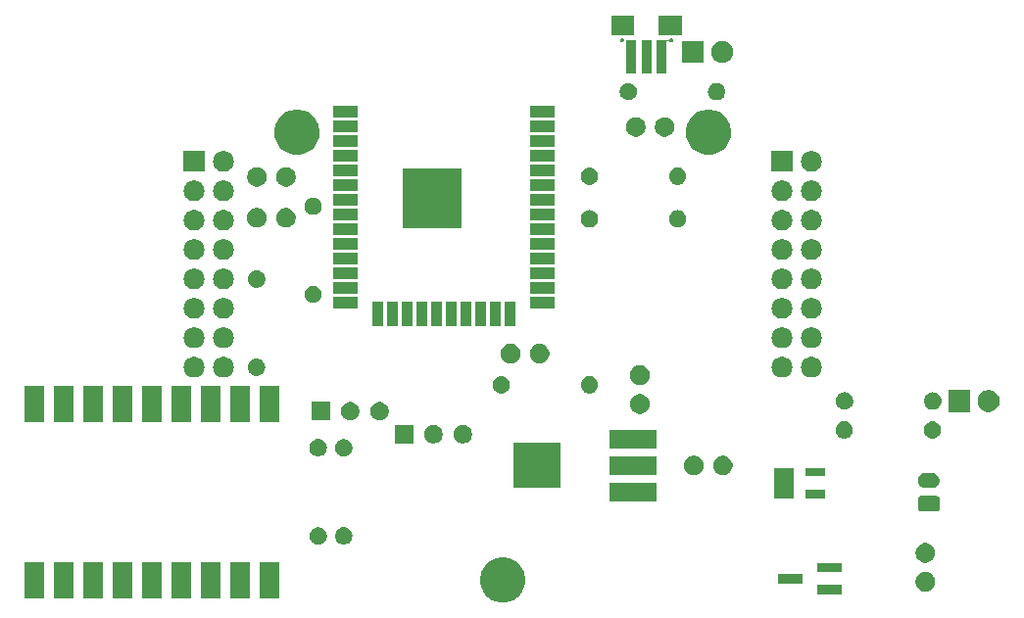
<source format=gbr>
G04 #@! TF.GenerationSoftware,KiCad,Pcbnew,(5.0.2)-1*
G04 #@! TF.CreationDate,2019-10-04T12:41:37+03:00*
G04 #@! TF.ProjectId,esp32d-diy,65737033-3264-42d6-9469-792e6b696361,1.0*
G04 #@! TF.SameCoordinates,Original*
G04 #@! TF.FileFunction,Soldermask,Top*
G04 #@! TF.FilePolarity,Negative*
%FSLAX46Y46*%
G04 Gerber Fmt 4.6, Leading zero omitted, Abs format (unit mm)*
G04 Created by KiCad (PCBNEW (5.0.2)-1) date 04.10.2019 12:41:37*
%MOMM*%
%LPD*%
G01*
G04 APERTURE LIST*
%ADD10C,0.100000*%
G04 APERTURE END LIST*
D10*
G36*
X119949083Y-141633975D02*
X119949085Y-141633976D01*
X119949086Y-141633976D01*
X120304145Y-141781046D01*
X120619385Y-141991683D01*
X120623693Y-141994561D01*
X120895439Y-142266307D01*
X120895441Y-142266310D01*
X121108954Y-142585855D01*
X121215947Y-142844160D01*
X121256025Y-142940917D01*
X121331000Y-143317842D01*
X121331000Y-143702158D01*
X121260748Y-144055340D01*
X121256024Y-144079086D01*
X121108954Y-144434145D01*
X121062786Y-144503240D01*
X120895439Y-144753693D01*
X120623693Y-145025439D01*
X120623690Y-145025441D01*
X120304145Y-145238954D01*
X119949086Y-145386024D01*
X119949085Y-145386024D01*
X119949083Y-145386025D01*
X119572158Y-145461000D01*
X119187842Y-145461000D01*
X118810917Y-145386025D01*
X118810915Y-145386024D01*
X118810914Y-145386024D01*
X118455855Y-145238954D01*
X118136310Y-145025441D01*
X118136307Y-145025439D01*
X117864561Y-144753693D01*
X117697214Y-144503240D01*
X117651046Y-144434145D01*
X117503976Y-144079086D01*
X117499253Y-144055340D01*
X117429000Y-143702158D01*
X117429000Y-143317842D01*
X117503975Y-142940917D01*
X117544053Y-142844160D01*
X117651046Y-142585855D01*
X117864559Y-142266310D01*
X117864561Y-142266307D01*
X118136307Y-141994561D01*
X118140615Y-141991683D01*
X118455855Y-141781046D01*
X118810914Y-141633976D01*
X118810915Y-141633976D01*
X118810917Y-141633975D01*
X119187842Y-141559000D01*
X119572158Y-141559000D01*
X119949083Y-141633975D01*
X119949083Y-141633975D01*
G37*
G36*
X79730800Y-145061000D02*
X78104800Y-145061000D01*
X78104800Y-141959000D01*
X79730800Y-141959000D01*
X79730800Y-145061000D01*
X79730800Y-145061000D01*
G37*
G36*
X82270800Y-145061000D02*
X80644800Y-145061000D01*
X80644800Y-141959000D01*
X82270800Y-141959000D01*
X82270800Y-145061000D01*
X82270800Y-145061000D01*
G37*
G36*
X87350800Y-145061000D02*
X85724800Y-145061000D01*
X85724800Y-141959000D01*
X87350800Y-141959000D01*
X87350800Y-145061000D01*
X87350800Y-145061000D01*
G37*
G36*
X84810800Y-145061000D02*
X83184800Y-145061000D01*
X83184800Y-141959000D01*
X84810800Y-141959000D01*
X84810800Y-145061000D01*
X84810800Y-145061000D01*
G37*
G36*
X89890800Y-145061000D02*
X88264800Y-145061000D01*
X88264800Y-141959000D01*
X89890800Y-141959000D01*
X89890800Y-145061000D01*
X89890800Y-145061000D01*
G37*
G36*
X94970800Y-145061000D02*
X93344800Y-145061000D01*
X93344800Y-141959000D01*
X94970800Y-141959000D01*
X94970800Y-145061000D01*
X94970800Y-145061000D01*
G37*
G36*
X92430800Y-145061000D02*
X90804800Y-145061000D01*
X90804800Y-141959000D01*
X92430800Y-141959000D01*
X92430800Y-145061000D01*
X92430800Y-145061000D01*
G37*
G36*
X100050800Y-145061000D02*
X98424800Y-145061000D01*
X98424800Y-141959000D01*
X100050800Y-141959000D01*
X100050800Y-145061000D01*
X100050800Y-145061000D01*
G37*
G36*
X97510800Y-145061000D02*
X95884800Y-145061000D01*
X95884800Y-141959000D01*
X97510800Y-141959000D01*
X97510800Y-145061000D01*
X97510800Y-145061000D01*
G37*
G36*
X148648600Y-144744160D02*
X146546600Y-144744160D01*
X146546600Y-143942160D01*
X148648600Y-143942160D01*
X148648600Y-144744160D01*
X148648600Y-144744160D01*
G37*
G36*
X156153428Y-142833943D02*
X156308300Y-142898093D01*
X156447681Y-142991225D01*
X156566215Y-143109759D01*
X156659347Y-143249140D01*
X156723497Y-143404012D01*
X156756200Y-143568424D01*
X156756200Y-143736056D01*
X156723497Y-143900468D01*
X156659347Y-144055340D01*
X156566215Y-144194721D01*
X156447681Y-144313255D01*
X156308300Y-144406387D01*
X156153428Y-144470537D01*
X155989016Y-144503240D01*
X155821384Y-144503240D01*
X155656972Y-144470537D01*
X155502100Y-144406387D01*
X155362719Y-144313255D01*
X155244185Y-144194721D01*
X155151053Y-144055340D01*
X155086903Y-143900468D01*
X155054200Y-143736056D01*
X155054200Y-143568424D01*
X155086903Y-143404012D01*
X155151053Y-143249140D01*
X155244185Y-143109759D01*
X155362719Y-142991225D01*
X155502100Y-142898093D01*
X155656972Y-142833943D01*
X155821384Y-142801240D01*
X155989016Y-142801240D01*
X156153428Y-142833943D01*
X156153428Y-142833943D01*
G37*
G36*
X145248600Y-143794160D02*
X143146600Y-143794160D01*
X143146600Y-142992160D01*
X145248600Y-142992160D01*
X145248600Y-143794160D01*
X145248600Y-143794160D01*
G37*
G36*
X148648600Y-142844160D02*
X146546600Y-142844160D01*
X146546600Y-142042160D01*
X148648600Y-142042160D01*
X148648600Y-142844160D01*
X148648600Y-142844160D01*
G37*
G36*
X156153428Y-140333943D02*
X156308300Y-140398093D01*
X156447681Y-140491225D01*
X156566215Y-140609759D01*
X156659347Y-140749140D01*
X156723497Y-140904012D01*
X156756200Y-141068424D01*
X156756200Y-141236056D01*
X156723497Y-141400468D01*
X156659347Y-141555340D01*
X156566215Y-141694721D01*
X156447681Y-141813255D01*
X156308300Y-141906387D01*
X156153428Y-141970537D01*
X155989016Y-142003240D01*
X155821384Y-142003240D01*
X155656972Y-141970537D01*
X155502100Y-141906387D01*
X155362719Y-141813255D01*
X155244185Y-141694721D01*
X155151053Y-141555340D01*
X155086903Y-141400468D01*
X155054200Y-141236056D01*
X155054200Y-141068424D01*
X155086903Y-140904012D01*
X155151053Y-140749140D01*
X155244185Y-140609759D01*
X155362719Y-140491225D01*
X155502100Y-140398093D01*
X155656972Y-140333943D01*
X155821384Y-140301240D01*
X155989016Y-140301240D01*
X156153428Y-140333943D01*
X156153428Y-140333943D01*
G37*
G36*
X105717345Y-138942462D02*
X105790902Y-138949707D01*
X105932466Y-138992650D01*
X106062932Y-139062386D01*
X106177286Y-139156234D01*
X106271134Y-139270588D01*
X106340870Y-139401054D01*
X106383813Y-139542618D01*
X106398313Y-139689840D01*
X106383813Y-139837062D01*
X106340870Y-139978626D01*
X106271134Y-140109092D01*
X106177286Y-140223446D01*
X106062932Y-140317294D01*
X105932466Y-140387030D01*
X105790902Y-140429973D01*
X105717345Y-140437218D01*
X105680568Y-140440840D01*
X105606792Y-140440840D01*
X105570015Y-140437218D01*
X105496458Y-140429973D01*
X105354894Y-140387030D01*
X105224428Y-140317294D01*
X105110074Y-140223446D01*
X105016226Y-140109092D01*
X104946490Y-139978626D01*
X104903547Y-139837062D01*
X104889047Y-139689840D01*
X104903547Y-139542618D01*
X104946490Y-139401054D01*
X105016226Y-139270588D01*
X105110074Y-139156234D01*
X105224428Y-139062386D01*
X105354894Y-138992650D01*
X105496458Y-138949707D01*
X105570015Y-138942462D01*
X105606792Y-138938840D01*
X105680568Y-138938840D01*
X105717345Y-138942462D01*
X105717345Y-138942462D01*
G37*
G36*
X103567560Y-138949707D02*
X103658019Y-138967700D01*
X103794692Y-139024312D01*
X103851675Y-139062387D01*
X103917698Y-139106502D01*
X104022298Y-139211102D01*
X104022300Y-139211105D01*
X104104488Y-139334108D01*
X104161100Y-139470781D01*
X104189960Y-139615873D01*
X104189960Y-139763807D01*
X104161100Y-139908899D01*
X104104488Y-140045572D01*
X104023406Y-140166919D01*
X104022298Y-140168578D01*
X103917698Y-140273178D01*
X103917695Y-140273180D01*
X103794692Y-140355368D01*
X103658019Y-140411980D01*
X103570964Y-140429296D01*
X103512929Y-140440840D01*
X103364991Y-140440840D01*
X103306956Y-140429296D01*
X103219901Y-140411980D01*
X103083228Y-140355368D01*
X102960225Y-140273180D01*
X102960222Y-140273178D01*
X102855622Y-140168578D01*
X102854514Y-140166919D01*
X102773432Y-140045572D01*
X102716820Y-139908899D01*
X102687960Y-139763807D01*
X102687960Y-139615873D01*
X102716820Y-139470781D01*
X102773432Y-139334108D01*
X102855620Y-139211105D01*
X102855622Y-139211102D01*
X102960222Y-139106502D01*
X103026245Y-139062387D01*
X103083228Y-139024312D01*
X103219901Y-138967700D01*
X103310360Y-138949707D01*
X103364991Y-138938840D01*
X103512929Y-138938840D01*
X103567560Y-138949707D01*
X103567560Y-138949707D01*
G37*
G36*
X156955922Y-136243404D02*
X156993019Y-136254657D01*
X157027200Y-136272927D01*
X157057162Y-136297518D01*
X157081753Y-136327480D01*
X157100023Y-136361661D01*
X157111276Y-136398758D01*
X157115680Y-136443473D01*
X157115680Y-137336527D01*
X157111276Y-137381242D01*
X157100023Y-137418339D01*
X157081753Y-137452520D01*
X157057162Y-137482482D01*
X157027200Y-137507073D01*
X156993019Y-137525343D01*
X156955922Y-137536596D01*
X156911207Y-137541000D01*
X155468153Y-137541000D01*
X155423438Y-137536596D01*
X155386341Y-137525343D01*
X155352160Y-137507073D01*
X155322198Y-137482482D01*
X155297607Y-137452520D01*
X155279337Y-137418339D01*
X155268084Y-137381242D01*
X155263680Y-137336527D01*
X155263680Y-136443473D01*
X155268084Y-136398758D01*
X155279337Y-136361661D01*
X155297607Y-136327480D01*
X155322198Y-136297518D01*
X155352160Y-136272927D01*
X155386341Y-136254657D01*
X155423438Y-136243404D01*
X155468153Y-136239000D01*
X156911207Y-136239000D01*
X156955922Y-136243404D01*
X156955922Y-136243404D01*
G37*
G36*
X132693000Y-136705000D02*
X128591000Y-136705000D01*
X128591000Y-135103000D01*
X132693000Y-135103000D01*
X132693000Y-136705000D01*
X132693000Y-136705000D01*
G37*
G36*
X144520080Y-136443840D02*
X142858080Y-136443840D01*
X142858080Y-133791840D01*
X144520080Y-133791840D01*
X144520080Y-136443840D01*
X144520080Y-136443840D01*
G37*
G36*
X147220080Y-136443840D02*
X145558080Y-136443840D01*
X145558080Y-135691840D01*
X147220080Y-135691840D01*
X147220080Y-136443840D01*
X147220080Y-136443840D01*
G37*
G36*
X124393000Y-135555000D02*
X120291000Y-135555000D01*
X120291000Y-131653000D01*
X124393000Y-131653000D01*
X124393000Y-135555000D01*
X124393000Y-135555000D01*
G37*
G36*
X156528535Y-134242140D02*
X156592298Y-134248420D01*
X156674107Y-134273237D01*
X156715013Y-134285645D01*
X156815171Y-134339181D01*
X156828106Y-134346095D01*
X156927233Y-134427447D01*
X157008585Y-134526574D01*
X157008586Y-134526576D01*
X157069035Y-134639667D01*
X157069035Y-134639668D01*
X157106260Y-134762382D01*
X157118829Y-134890000D01*
X157106260Y-135017618D01*
X157081443Y-135099427D01*
X157069035Y-135140333D01*
X157015499Y-135240491D01*
X157008585Y-135253426D01*
X156927233Y-135352553D01*
X156828106Y-135433905D01*
X156828104Y-135433906D01*
X156715013Y-135494355D01*
X156674107Y-135506763D01*
X156592298Y-135531580D01*
X156528535Y-135537860D01*
X156496654Y-135541000D01*
X155882706Y-135541000D01*
X155850825Y-135537860D01*
X155787062Y-135531580D01*
X155705253Y-135506763D01*
X155664347Y-135494355D01*
X155551256Y-135433906D01*
X155551254Y-135433905D01*
X155452127Y-135352553D01*
X155370775Y-135253426D01*
X155363861Y-135240491D01*
X155310325Y-135140333D01*
X155297917Y-135099427D01*
X155273100Y-135017618D01*
X155260531Y-134890000D01*
X155273100Y-134762382D01*
X155310325Y-134639668D01*
X155310325Y-134639667D01*
X155370774Y-134526576D01*
X155370775Y-134526574D01*
X155452127Y-134427447D01*
X155551254Y-134346095D01*
X155564189Y-134339181D01*
X155664347Y-134285645D01*
X155705253Y-134273237D01*
X155787062Y-134248420D01*
X155850825Y-134242140D01*
X155882706Y-134239000D01*
X156496654Y-134239000D01*
X156528535Y-134242140D01*
X156528535Y-134242140D01*
G37*
G36*
X147220080Y-134543840D02*
X145558080Y-134543840D01*
X145558080Y-133791840D01*
X147220080Y-133791840D01*
X147220080Y-134543840D01*
X147220080Y-134543840D01*
G37*
G36*
X136143308Y-132790783D02*
X136298180Y-132854933D01*
X136437561Y-132948065D01*
X136556095Y-133066599D01*
X136649227Y-133205980D01*
X136713377Y-133360852D01*
X136746080Y-133525264D01*
X136746080Y-133692896D01*
X136713377Y-133857308D01*
X136649227Y-134012180D01*
X136556095Y-134151561D01*
X136437561Y-134270095D01*
X136298180Y-134363227D01*
X136143308Y-134427377D01*
X135978896Y-134460080D01*
X135811264Y-134460080D01*
X135646852Y-134427377D01*
X135491980Y-134363227D01*
X135352599Y-134270095D01*
X135234065Y-134151561D01*
X135140933Y-134012180D01*
X135076783Y-133857308D01*
X135044080Y-133692896D01*
X135044080Y-133525264D01*
X135076783Y-133360852D01*
X135140933Y-133205980D01*
X135234065Y-133066599D01*
X135352599Y-132948065D01*
X135491980Y-132854933D01*
X135646852Y-132790783D01*
X135811264Y-132758080D01*
X135978896Y-132758080D01*
X136143308Y-132790783D01*
X136143308Y-132790783D01*
G37*
G36*
X138643308Y-132790783D02*
X138798180Y-132854933D01*
X138937561Y-132948065D01*
X139056095Y-133066599D01*
X139149227Y-133205980D01*
X139213377Y-133360852D01*
X139246080Y-133525264D01*
X139246080Y-133692896D01*
X139213377Y-133857308D01*
X139149227Y-134012180D01*
X139056095Y-134151561D01*
X138937561Y-134270095D01*
X138798180Y-134363227D01*
X138643308Y-134427377D01*
X138478896Y-134460080D01*
X138311264Y-134460080D01*
X138146852Y-134427377D01*
X137991980Y-134363227D01*
X137852599Y-134270095D01*
X137734065Y-134151561D01*
X137640933Y-134012180D01*
X137576783Y-133857308D01*
X137544080Y-133692896D01*
X137544080Y-133525264D01*
X137576783Y-133360852D01*
X137640933Y-133205980D01*
X137734065Y-133066599D01*
X137852599Y-132948065D01*
X137991980Y-132854933D01*
X138146852Y-132790783D01*
X138311264Y-132758080D01*
X138478896Y-132758080D01*
X138643308Y-132790783D01*
X138643308Y-132790783D01*
G37*
G36*
X132693000Y-134405000D02*
X128591000Y-134405000D01*
X128591000Y-132803000D01*
X132693000Y-132803000D01*
X132693000Y-134405000D01*
X132693000Y-134405000D01*
G37*
G36*
X105772280Y-131329707D02*
X105862739Y-131347700D01*
X105999412Y-131404312D01*
X106056395Y-131442387D01*
X106122418Y-131486502D01*
X106227018Y-131591102D01*
X106227020Y-131591105D01*
X106309208Y-131714108D01*
X106365820Y-131850781D01*
X106394680Y-131995873D01*
X106394680Y-132143807D01*
X106365820Y-132288899D01*
X106309208Y-132425572D01*
X106228126Y-132546919D01*
X106227018Y-132548578D01*
X106122418Y-132653178D01*
X106122415Y-132653180D01*
X105999412Y-132735368D01*
X105862739Y-132791980D01*
X105775684Y-132809296D01*
X105717649Y-132820840D01*
X105569711Y-132820840D01*
X105511676Y-132809296D01*
X105424621Y-132791980D01*
X105287948Y-132735368D01*
X105164945Y-132653180D01*
X105164942Y-132653178D01*
X105060342Y-132548578D01*
X105059234Y-132546919D01*
X104978152Y-132425572D01*
X104921540Y-132288899D01*
X104892680Y-132143807D01*
X104892680Y-131995873D01*
X104921540Y-131850781D01*
X104978152Y-131714108D01*
X105060340Y-131591105D01*
X105060342Y-131591102D01*
X105164942Y-131486502D01*
X105230965Y-131442387D01*
X105287948Y-131404312D01*
X105424621Y-131347700D01*
X105515080Y-131329707D01*
X105569711Y-131318840D01*
X105717649Y-131318840D01*
X105772280Y-131329707D01*
X105772280Y-131329707D01*
G37*
G36*
X103512625Y-131322462D02*
X103586182Y-131329707D01*
X103727746Y-131372650D01*
X103858212Y-131442386D01*
X103972566Y-131536234D01*
X104066414Y-131650588D01*
X104136150Y-131781054D01*
X104179093Y-131922618D01*
X104193593Y-132069840D01*
X104179093Y-132217062D01*
X104136150Y-132358626D01*
X104066414Y-132489092D01*
X103972566Y-132603446D01*
X103858212Y-132697294D01*
X103727746Y-132767030D01*
X103586182Y-132809973D01*
X103512625Y-132817218D01*
X103475848Y-132820840D01*
X103402072Y-132820840D01*
X103365295Y-132817218D01*
X103291738Y-132809973D01*
X103150174Y-132767030D01*
X103019708Y-132697294D01*
X102905354Y-132603446D01*
X102811506Y-132489092D01*
X102741770Y-132358626D01*
X102698827Y-132217062D01*
X102684327Y-132069840D01*
X102698827Y-131922618D01*
X102741770Y-131781054D01*
X102811506Y-131650588D01*
X102905354Y-131536234D01*
X103019708Y-131442386D01*
X103150174Y-131372650D01*
X103291738Y-131329707D01*
X103365295Y-131322462D01*
X103402072Y-131318840D01*
X103475848Y-131318840D01*
X103512625Y-131322462D01*
X103512625Y-131322462D01*
G37*
G36*
X132693000Y-132105000D02*
X128591000Y-132105000D01*
X128591000Y-130503000D01*
X132693000Y-130503000D01*
X132693000Y-132105000D01*
X132693000Y-132105000D01*
G37*
G36*
X113629403Y-130121061D02*
X113775175Y-130181442D01*
X113906371Y-130269104D01*
X114017936Y-130380669D01*
X114105598Y-130511865D01*
X114165979Y-130657637D01*
X114196760Y-130812387D01*
X114196760Y-130970173D01*
X114165979Y-131124923D01*
X114105598Y-131270695D01*
X114017936Y-131401891D01*
X113906371Y-131513456D01*
X113775175Y-131601118D01*
X113629403Y-131661499D01*
X113474653Y-131692280D01*
X113316867Y-131692280D01*
X113162117Y-131661499D01*
X113016345Y-131601118D01*
X112885149Y-131513456D01*
X112773584Y-131401891D01*
X112685922Y-131270695D01*
X112625541Y-131124923D01*
X112594760Y-130970173D01*
X112594760Y-130812387D01*
X112625541Y-130657637D01*
X112685922Y-130511865D01*
X112773584Y-130380669D01*
X112885149Y-130269104D01*
X113016345Y-130181442D01*
X113162117Y-130121061D01*
X113316867Y-130090280D01*
X113474653Y-130090280D01*
X113629403Y-130121061D01*
X113629403Y-130121061D01*
G37*
G36*
X116169403Y-130121061D02*
X116315175Y-130181442D01*
X116446371Y-130269104D01*
X116557936Y-130380669D01*
X116645598Y-130511865D01*
X116705979Y-130657637D01*
X116736760Y-130812387D01*
X116736760Y-130970173D01*
X116705979Y-131124923D01*
X116645598Y-131270695D01*
X116557936Y-131401891D01*
X116446371Y-131513456D01*
X116315175Y-131601118D01*
X116169403Y-131661499D01*
X116014653Y-131692280D01*
X115856867Y-131692280D01*
X115702117Y-131661499D01*
X115556345Y-131601118D01*
X115425149Y-131513456D01*
X115313584Y-131401891D01*
X115225922Y-131270695D01*
X115165541Y-131124923D01*
X115134760Y-130970173D01*
X115134760Y-130812387D01*
X115165541Y-130657637D01*
X115225922Y-130511865D01*
X115313584Y-130380669D01*
X115425149Y-130269104D01*
X115556345Y-130181442D01*
X115702117Y-130121061D01*
X115856867Y-130090280D01*
X116014653Y-130090280D01*
X116169403Y-130121061D01*
X116169403Y-130121061D01*
G37*
G36*
X111656760Y-131692280D02*
X110054760Y-131692280D01*
X110054760Y-130090280D01*
X111656760Y-130090280D01*
X111656760Y-131692280D01*
X111656760Y-131692280D01*
G37*
G36*
X149018320Y-129780307D02*
X149108779Y-129798300D01*
X149245452Y-129854912D01*
X149302435Y-129892987D01*
X149368458Y-129937102D01*
X149473058Y-130041702D01*
X149473060Y-130041705D01*
X149555248Y-130164708D01*
X149611860Y-130301381D01*
X149640720Y-130446473D01*
X149640720Y-130594407D01*
X149611860Y-130739499D01*
X149555248Y-130876172D01*
X149474166Y-130997519D01*
X149473058Y-130999178D01*
X149368458Y-131103778D01*
X149368455Y-131103780D01*
X149245452Y-131185968D01*
X149108779Y-131242580D01*
X149021724Y-131259896D01*
X148963689Y-131271440D01*
X148815751Y-131271440D01*
X148757716Y-131259896D01*
X148670661Y-131242580D01*
X148533988Y-131185968D01*
X148410985Y-131103780D01*
X148410982Y-131103778D01*
X148306382Y-130999178D01*
X148305274Y-130997519D01*
X148224192Y-130876172D01*
X148167580Y-130739499D01*
X148138720Y-130594407D01*
X148138720Y-130446473D01*
X148167580Y-130301381D01*
X148224192Y-130164708D01*
X148306380Y-130041705D01*
X148306382Y-130041702D01*
X148410982Y-129937102D01*
X148477005Y-129892987D01*
X148533988Y-129854912D01*
X148670661Y-129798300D01*
X148761120Y-129780307D01*
X148815751Y-129769440D01*
X148963689Y-129769440D01*
X149018320Y-129780307D01*
X149018320Y-129780307D01*
G37*
G36*
X156583385Y-129773062D02*
X156656942Y-129780307D01*
X156798506Y-129823250D01*
X156928972Y-129892986D01*
X157043326Y-129986834D01*
X157137174Y-130101188D01*
X157206910Y-130231654D01*
X157249853Y-130373218D01*
X157264353Y-130520440D01*
X157249853Y-130667662D01*
X157206910Y-130809226D01*
X157137174Y-130939692D01*
X157043326Y-131054046D01*
X156928972Y-131147894D01*
X156798506Y-131217630D01*
X156656942Y-131260573D01*
X156583385Y-131267818D01*
X156546608Y-131271440D01*
X156472832Y-131271440D01*
X156436055Y-131267818D01*
X156362498Y-131260573D01*
X156220934Y-131217630D01*
X156090468Y-131147894D01*
X155976114Y-131054046D01*
X155882266Y-130939692D01*
X155812530Y-130809226D01*
X155769587Y-130667662D01*
X155755087Y-130520440D01*
X155769587Y-130373218D01*
X155812530Y-130231654D01*
X155882266Y-130101188D01*
X155976114Y-129986834D01*
X156090468Y-129892986D01*
X156220934Y-129823250D01*
X156362498Y-129780307D01*
X156436055Y-129773062D01*
X156472832Y-129769440D01*
X156546608Y-129769440D01*
X156583385Y-129773062D01*
X156583385Y-129773062D01*
G37*
G36*
X100050800Y-129821000D02*
X98424800Y-129821000D01*
X98424800Y-126719000D01*
X100050800Y-126719000D01*
X100050800Y-129821000D01*
X100050800Y-129821000D01*
G37*
G36*
X97510800Y-129821000D02*
X95884800Y-129821000D01*
X95884800Y-126719000D01*
X97510800Y-126719000D01*
X97510800Y-129821000D01*
X97510800Y-129821000D01*
G37*
G36*
X94970800Y-129821000D02*
X93344800Y-129821000D01*
X93344800Y-126719000D01*
X94970800Y-126719000D01*
X94970800Y-129821000D01*
X94970800Y-129821000D01*
G37*
G36*
X92430800Y-129821000D02*
X90804800Y-129821000D01*
X90804800Y-126719000D01*
X92430800Y-126719000D01*
X92430800Y-129821000D01*
X92430800Y-129821000D01*
G37*
G36*
X87350800Y-129821000D02*
X85724800Y-129821000D01*
X85724800Y-126719000D01*
X87350800Y-126719000D01*
X87350800Y-129821000D01*
X87350800Y-129821000D01*
G37*
G36*
X84810800Y-129821000D02*
X83184800Y-129821000D01*
X83184800Y-126719000D01*
X84810800Y-126719000D01*
X84810800Y-129821000D01*
X84810800Y-129821000D01*
G37*
G36*
X82270800Y-129821000D02*
X80644800Y-129821000D01*
X80644800Y-126719000D01*
X82270800Y-126719000D01*
X82270800Y-129821000D01*
X82270800Y-129821000D01*
G37*
G36*
X79730800Y-129821000D02*
X78104800Y-129821000D01*
X78104800Y-126719000D01*
X79730800Y-126719000D01*
X79730800Y-129821000D01*
X79730800Y-129821000D01*
G37*
G36*
X89890800Y-129821000D02*
X88264800Y-129821000D01*
X88264800Y-126719000D01*
X89890800Y-126719000D01*
X89890800Y-129821000D01*
X89890800Y-129821000D01*
G37*
G36*
X104458400Y-129711080D02*
X102856400Y-129711080D01*
X102856400Y-128109080D01*
X104458400Y-128109080D01*
X104458400Y-129711080D01*
X104458400Y-129711080D01*
G37*
G36*
X106431043Y-128139861D02*
X106576815Y-128200242D01*
X106708011Y-128287904D01*
X106819576Y-128399469D01*
X106907238Y-128530665D01*
X106967619Y-128676437D01*
X106998400Y-128831187D01*
X106998400Y-128988973D01*
X106967619Y-129143723D01*
X106907238Y-129289495D01*
X106819576Y-129420691D01*
X106708011Y-129532256D01*
X106576815Y-129619918D01*
X106431043Y-129680299D01*
X106276293Y-129711080D01*
X106118507Y-129711080D01*
X105963757Y-129680299D01*
X105817985Y-129619918D01*
X105686789Y-129532256D01*
X105575224Y-129420691D01*
X105487562Y-129289495D01*
X105427181Y-129143723D01*
X105396400Y-128988973D01*
X105396400Y-128831187D01*
X105427181Y-128676437D01*
X105487562Y-128530665D01*
X105575224Y-128399469D01*
X105686789Y-128287904D01*
X105817985Y-128200242D01*
X105963757Y-128139861D01*
X106118507Y-128109080D01*
X106276293Y-128109080D01*
X106431043Y-128139861D01*
X106431043Y-128139861D01*
G37*
G36*
X108971043Y-128139861D02*
X109116815Y-128200242D01*
X109248011Y-128287904D01*
X109359576Y-128399469D01*
X109447238Y-128530665D01*
X109507619Y-128676437D01*
X109538400Y-128831187D01*
X109538400Y-128988973D01*
X109507619Y-129143723D01*
X109447238Y-129289495D01*
X109359576Y-129420691D01*
X109248011Y-129532256D01*
X109116815Y-129619918D01*
X108971043Y-129680299D01*
X108816293Y-129711080D01*
X108658507Y-129711080D01*
X108503757Y-129680299D01*
X108357985Y-129619918D01*
X108226789Y-129532256D01*
X108115224Y-129420691D01*
X108027562Y-129289495D01*
X107967181Y-129143723D01*
X107936400Y-128988973D01*
X107936400Y-128831187D01*
X107967181Y-128676437D01*
X108027562Y-128530665D01*
X108115224Y-128399469D01*
X108226789Y-128287904D01*
X108357985Y-128200242D01*
X108503757Y-128139861D01*
X108658507Y-128109080D01*
X108816293Y-128109080D01*
X108971043Y-128139861D01*
X108971043Y-128139861D01*
G37*
G36*
X131469708Y-127466943D02*
X131624580Y-127531093D01*
X131763961Y-127624225D01*
X131882495Y-127742759D01*
X131975627Y-127882140D01*
X132039777Y-128037012D01*
X132072480Y-128201424D01*
X132072480Y-128369056D01*
X132039777Y-128533468D01*
X131975627Y-128688340D01*
X131882495Y-128827721D01*
X131763961Y-128946255D01*
X131624580Y-129039387D01*
X131469708Y-129103537D01*
X131305296Y-129136240D01*
X131137664Y-129136240D01*
X130973252Y-129103537D01*
X130818380Y-129039387D01*
X130678999Y-128946255D01*
X130560465Y-128827721D01*
X130467333Y-128688340D01*
X130403183Y-128533468D01*
X130370480Y-128369056D01*
X130370480Y-128201424D01*
X130403183Y-128037012D01*
X130467333Y-127882140D01*
X130560465Y-127742759D01*
X130678999Y-127624225D01*
X130818380Y-127531093D01*
X130973252Y-127466943D01*
X131137664Y-127434240D01*
X131305296Y-127434240D01*
X131469708Y-127466943D01*
X131469708Y-127466943D01*
G37*
G36*
X159764500Y-128967000D02*
X157862500Y-128967000D01*
X157862500Y-127065000D01*
X159764500Y-127065000D01*
X159764500Y-128967000D01*
X159764500Y-128967000D01*
G37*
G36*
X161630896Y-127101546D02*
X161803966Y-127173234D01*
X161959730Y-127277312D01*
X162092188Y-127409770D01*
X162196266Y-127565534D01*
X162267954Y-127738604D01*
X162304500Y-127922333D01*
X162304500Y-128109667D01*
X162267954Y-128293396D01*
X162196266Y-128466466D01*
X162092188Y-128622230D01*
X161959730Y-128754688D01*
X161803966Y-128858766D01*
X161630896Y-128930454D01*
X161447167Y-128967000D01*
X161259833Y-128967000D01*
X161076104Y-128930454D01*
X160903034Y-128858766D01*
X160747270Y-128754688D01*
X160614812Y-128622230D01*
X160510734Y-128466466D01*
X160439046Y-128293396D01*
X160402500Y-128109667D01*
X160402500Y-127922333D01*
X160439046Y-127738604D01*
X160510734Y-127565534D01*
X160614812Y-127409770D01*
X160747270Y-127277312D01*
X160903034Y-127173234D01*
X161076104Y-127101546D01*
X161259833Y-127065000D01*
X161447167Y-127065000D01*
X161630896Y-127101546D01*
X161630896Y-127101546D01*
G37*
G36*
X149043720Y-127275867D02*
X149134179Y-127293860D01*
X149270852Y-127350472D01*
X149327835Y-127388547D01*
X149393858Y-127432662D01*
X149498458Y-127537262D01*
X149498460Y-127537265D01*
X149580648Y-127660268D01*
X149637260Y-127796941D01*
X149651549Y-127868778D01*
X149666120Y-127942031D01*
X149666120Y-128089969D01*
X149654576Y-128148004D01*
X149637260Y-128235059D01*
X149580648Y-128371732D01*
X149517349Y-128466466D01*
X149498458Y-128494738D01*
X149393858Y-128599338D01*
X149393855Y-128599340D01*
X149270852Y-128681528D01*
X149134179Y-128738140D01*
X149050985Y-128754688D01*
X148989089Y-128767000D01*
X148841151Y-128767000D01*
X148779255Y-128754688D01*
X148696061Y-128738140D01*
X148559388Y-128681528D01*
X148436385Y-128599340D01*
X148436382Y-128599338D01*
X148331782Y-128494738D01*
X148312891Y-128466466D01*
X148249592Y-128371732D01*
X148192980Y-128235059D01*
X148175664Y-128148004D01*
X148164120Y-128089969D01*
X148164120Y-127942031D01*
X148178691Y-127868778D01*
X148192980Y-127796941D01*
X148249592Y-127660268D01*
X148331780Y-127537265D01*
X148331782Y-127537262D01*
X148436382Y-127432662D01*
X148502405Y-127388547D01*
X148559388Y-127350472D01*
X148696061Y-127293860D01*
X148786520Y-127275867D01*
X148841151Y-127265000D01*
X148989089Y-127265000D01*
X149043720Y-127275867D01*
X149043720Y-127275867D01*
G37*
G36*
X156608785Y-127268622D02*
X156682342Y-127275867D01*
X156823906Y-127318810D01*
X156954372Y-127388546D01*
X157068726Y-127482394D01*
X157162574Y-127596748D01*
X157232310Y-127727214D01*
X157275253Y-127868778D01*
X157289753Y-128016000D01*
X157275253Y-128163222D01*
X157232310Y-128304786D01*
X157162574Y-128435252D01*
X157068726Y-128549606D01*
X156954372Y-128643454D01*
X156823906Y-128713190D01*
X156682342Y-128756133D01*
X156608785Y-128763378D01*
X156572008Y-128767000D01*
X156498232Y-128767000D01*
X156461455Y-128763378D01*
X156387898Y-128756133D01*
X156246334Y-128713190D01*
X156115868Y-128643454D01*
X156001514Y-128549606D01*
X155907666Y-128435252D01*
X155837930Y-128304786D01*
X155794987Y-128163222D01*
X155780487Y-128016000D01*
X155794987Y-127868778D01*
X155837930Y-127727214D01*
X155907666Y-127596748D01*
X156001514Y-127482394D01*
X156115868Y-127388546D01*
X156246334Y-127318810D01*
X156387898Y-127275867D01*
X156461455Y-127268622D01*
X156498232Y-127265000D01*
X156572008Y-127265000D01*
X156608785Y-127268622D01*
X156608785Y-127268622D01*
G37*
G36*
X127001600Y-125878867D02*
X127092059Y-125896860D01*
X127228732Y-125953472D01*
X127348454Y-126033468D01*
X127351738Y-126035662D01*
X127456338Y-126140262D01*
X127456340Y-126140265D01*
X127538528Y-126263268D01*
X127595140Y-126399941D01*
X127624000Y-126545033D01*
X127624000Y-126692967D01*
X127595140Y-126838059D01*
X127538528Y-126974732D01*
X127478213Y-127065000D01*
X127456338Y-127097738D01*
X127351738Y-127202338D01*
X127351735Y-127202340D01*
X127228732Y-127284528D01*
X127092059Y-127341140D01*
X127005004Y-127358456D01*
X126946969Y-127370000D01*
X126799031Y-127370000D01*
X126740996Y-127358456D01*
X126653941Y-127341140D01*
X126517268Y-127284528D01*
X126394265Y-127202340D01*
X126394262Y-127202338D01*
X126289662Y-127097738D01*
X126267787Y-127065000D01*
X126207472Y-126974732D01*
X126150860Y-126838059D01*
X126122000Y-126692967D01*
X126122000Y-126545033D01*
X126150860Y-126399941D01*
X126207472Y-126263268D01*
X126289660Y-126140265D01*
X126289662Y-126140262D01*
X126394262Y-126035662D01*
X126397546Y-126033468D01*
X126517268Y-125953472D01*
X126653941Y-125896860D01*
X126744400Y-125878867D01*
X126799031Y-125868000D01*
X126946969Y-125868000D01*
X127001600Y-125878867D01*
X127001600Y-125878867D01*
G37*
G36*
X119326665Y-125871622D02*
X119400222Y-125878867D01*
X119541786Y-125921810D01*
X119672252Y-125991546D01*
X119786606Y-126085394D01*
X119880454Y-126199748D01*
X119950190Y-126330214D01*
X119993133Y-126471778D01*
X120007633Y-126619000D01*
X119993133Y-126766222D01*
X119950190Y-126907786D01*
X119880454Y-127038252D01*
X119786606Y-127152606D01*
X119672252Y-127246454D01*
X119541786Y-127316190D01*
X119400222Y-127359133D01*
X119326665Y-127366378D01*
X119289888Y-127370000D01*
X119216112Y-127370000D01*
X119179335Y-127366378D01*
X119105778Y-127359133D01*
X118964214Y-127316190D01*
X118833748Y-127246454D01*
X118719394Y-127152606D01*
X118625546Y-127038252D01*
X118555810Y-126907786D01*
X118512867Y-126766222D01*
X118498367Y-126619000D01*
X118512867Y-126471778D01*
X118555810Y-126330214D01*
X118625546Y-126199748D01*
X118719394Y-126085394D01*
X118833748Y-125991546D01*
X118964214Y-125921810D01*
X119105778Y-125878867D01*
X119179335Y-125871622D01*
X119216112Y-125868000D01*
X119289888Y-125868000D01*
X119326665Y-125871622D01*
X119326665Y-125871622D01*
G37*
G36*
X131469708Y-124966943D02*
X131624580Y-125031093D01*
X131763961Y-125124225D01*
X131882495Y-125242759D01*
X131975627Y-125382140D01*
X132039777Y-125537012D01*
X132072480Y-125701424D01*
X132072480Y-125869056D01*
X132039777Y-126033468D01*
X131975627Y-126188340D01*
X131882495Y-126327721D01*
X131763961Y-126446255D01*
X131624580Y-126539387D01*
X131469708Y-126603537D01*
X131305296Y-126636240D01*
X131137664Y-126636240D01*
X130973252Y-126603537D01*
X130818380Y-126539387D01*
X130678999Y-126446255D01*
X130560465Y-126327721D01*
X130467333Y-126188340D01*
X130403183Y-126033468D01*
X130370480Y-125869056D01*
X130370480Y-125701424D01*
X130403183Y-125537012D01*
X130467333Y-125382140D01*
X130560465Y-125242759D01*
X130678999Y-125124225D01*
X130818380Y-125031093D01*
X130973252Y-124966943D01*
X131137664Y-124934240D01*
X131305296Y-124934240D01*
X131469708Y-124966943D01*
X131469708Y-124966943D01*
G37*
G36*
X92820442Y-124200518D02*
X92886627Y-124207037D01*
X92999853Y-124241384D01*
X93056467Y-124258557D01*
X93170556Y-124319540D01*
X93212991Y-124342222D01*
X93248729Y-124371552D01*
X93350186Y-124454814D01*
X93433448Y-124556271D01*
X93462778Y-124592009D01*
X93462779Y-124592011D01*
X93546443Y-124748533D01*
X93546443Y-124748534D01*
X93597963Y-124918373D01*
X93615359Y-125095000D01*
X93597963Y-125271627D01*
X93564439Y-125382140D01*
X93546443Y-125441467D01*
X93507538Y-125514252D01*
X93462778Y-125597991D01*
X93437653Y-125628606D01*
X93350186Y-125735186D01*
X93280725Y-125792190D01*
X93212991Y-125847778D01*
X93212989Y-125847779D01*
X93056467Y-125931443D01*
X92999853Y-125948616D01*
X92886627Y-125982963D01*
X92820442Y-125989482D01*
X92754260Y-125996000D01*
X92665740Y-125996000D01*
X92599558Y-125989482D01*
X92533373Y-125982963D01*
X92420147Y-125948616D01*
X92363533Y-125931443D01*
X92207011Y-125847779D01*
X92207009Y-125847778D01*
X92139275Y-125792190D01*
X92069814Y-125735186D01*
X91982347Y-125628606D01*
X91957222Y-125597991D01*
X91912462Y-125514252D01*
X91873557Y-125441467D01*
X91855561Y-125382140D01*
X91822037Y-125271627D01*
X91804641Y-125095000D01*
X91822037Y-124918373D01*
X91873557Y-124748534D01*
X91873557Y-124748533D01*
X91957221Y-124592011D01*
X91957222Y-124592009D01*
X91986552Y-124556271D01*
X92069814Y-124454814D01*
X92171271Y-124371552D01*
X92207009Y-124342222D01*
X92249444Y-124319540D01*
X92363533Y-124258557D01*
X92420147Y-124241384D01*
X92533373Y-124207037D01*
X92599558Y-124200518D01*
X92665740Y-124194000D01*
X92754260Y-124194000D01*
X92820442Y-124200518D01*
X92820442Y-124200518D01*
G37*
G36*
X143620442Y-124200518D02*
X143686627Y-124207037D01*
X143799853Y-124241384D01*
X143856467Y-124258557D01*
X143970556Y-124319540D01*
X144012991Y-124342222D01*
X144048729Y-124371552D01*
X144150186Y-124454814D01*
X144233448Y-124556271D01*
X144262778Y-124592009D01*
X144262779Y-124592011D01*
X144346443Y-124748533D01*
X144346443Y-124748534D01*
X144397963Y-124918373D01*
X144415359Y-125095000D01*
X144397963Y-125271627D01*
X144364439Y-125382140D01*
X144346443Y-125441467D01*
X144307538Y-125514252D01*
X144262778Y-125597991D01*
X144237653Y-125628606D01*
X144150186Y-125735186D01*
X144080725Y-125792190D01*
X144012991Y-125847778D01*
X144012989Y-125847779D01*
X143856467Y-125931443D01*
X143799853Y-125948616D01*
X143686627Y-125982963D01*
X143620442Y-125989482D01*
X143554260Y-125996000D01*
X143465740Y-125996000D01*
X143399558Y-125989482D01*
X143333373Y-125982963D01*
X143220147Y-125948616D01*
X143163533Y-125931443D01*
X143007011Y-125847779D01*
X143007009Y-125847778D01*
X142939275Y-125792190D01*
X142869814Y-125735186D01*
X142782347Y-125628606D01*
X142757222Y-125597991D01*
X142712462Y-125514252D01*
X142673557Y-125441467D01*
X142655561Y-125382140D01*
X142622037Y-125271627D01*
X142604641Y-125095000D01*
X142622037Y-124918373D01*
X142673557Y-124748534D01*
X142673557Y-124748533D01*
X142757221Y-124592011D01*
X142757222Y-124592009D01*
X142786552Y-124556271D01*
X142869814Y-124454814D01*
X142971271Y-124371552D01*
X143007009Y-124342222D01*
X143049444Y-124319540D01*
X143163533Y-124258557D01*
X143220147Y-124241384D01*
X143333373Y-124207037D01*
X143399558Y-124200518D01*
X143465740Y-124194000D01*
X143554260Y-124194000D01*
X143620442Y-124200518D01*
X143620442Y-124200518D01*
G37*
G36*
X95360442Y-124200518D02*
X95426627Y-124207037D01*
X95539853Y-124241384D01*
X95596467Y-124258557D01*
X95710556Y-124319540D01*
X95752991Y-124342222D01*
X95788729Y-124371552D01*
X95890186Y-124454814D01*
X95973448Y-124556271D01*
X96002778Y-124592009D01*
X96002779Y-124592011D01*
X96086443Y-124748533D01*
X96086443Y-124748534D01*
X96137963Y-124918373D01*
X96155359Y-125095000D01*
X96137963Y-125271627D01*
X96104439Y-125382140D01*
X96086443Y-125441467D01*
X96047538Y-125514252D01*
X96002778Y-125597991D01*
X95977653Y-125628606D01*
X95890186Y-125735186D01*
X95820725Y-125792190D01*
X95752991Y-125847778D01*
X95752989Y-125847779D01*
X95596467Y-125931443D01*
X95539853Y-125948616D01*
X95426627Y-125982963D01*
X95360442Y-125989482D01*
X95294260Y-125996000D01*
X95205740Y-125996000D01*
X95139558Y-125989482D01*
X95073373Y-125982963D01*
X94960147Y-125948616D01*
X94903533Y-125931443D01*
X94747011Y-125847779D01*
X94747009Y-125847778D01*
X94679275Y-125792190D01*
X94609814Y-125735186D01*
X94522347Y-125628606D01*
X94497222Y-125597991D01*
X94452462Y-125514252D01*
X94413557Y-125441467D01*
X94395561Y-125382140D01*
X94362037Y-125271627D01*
X94344641Y-125095000D01*
X94362037Y-124918373D01*
X94413557Y-124748534D01*
X94413557Y-124748533D01*
X94497221Y-124592011D01*
X94497222Y-124592009D01*
X94526552Y-124556271D01*
X94609814Y-124454814D01*
X94711271Y-124371552D01*
X94747009Y-124342222D01*
X94789444Y-124319540D01*
X94903533Y-124258557D01*
X94960147Y-124241384D01*
X95073373Y-124207037D01*
X95139558Y-124200518D01*
X95205740Y-124194000D01*
X95294260Y-124194000D01*
X95360442Y-124200518D01*
X95360442Y-124200518D01*
G37*
G36*
X146160442Y-124200518D02*
X146226627Y-124207037D01*
X146339853Y-124241384D01*
X146396467Y-124258557D01*
X146510556Y-124319540D01*
X146552991Y-124342222D01*
X146588729Y-124371552D01*
X146690186Y-124454814D01*
X146773448Y-124556271D01*
X146802778Y-124592009D01*
X146802779Y-124592011D01*
X146886443Y-124748533D01*
X146886443Y-124748534D01*
X146937963Y-124918373D01*
X146955359Y-125095000D01*
X146937963Y-125271627D01*
X146904439Y-125382140D01*
X146886443Y-125441467D01*
X146847538Y-125514252D01*
X146802778Y-125597991D01*
X146777653Y-125628606D01*
X146690186Y-125735186D01*
X146620725Y-125792190D01*
X146552991Y-125847778D01*
X146552989Y-125847779D01*
X146396467Y-125931443D01*
X146339853Y-125948616D01*
X146226627Y-125982963D01*
X146160442Y-125989482D01*
X146094260Y-125996000D01*
X146005740Y-125996000D01*
X145939558Y-125989482D01*
X145873373Y-125982963D01*
X145760147Y-125948616D01*
X145703533Y-125931443D01*
X145547011Y-125847779D01*
X145547009Y-125847778D01*
X145479275Y-125792190D01*
X145409814Y-125735186D01*
X145322347Y-125628606D01*
X145297222Y-125597991D01*
X145252462Y-125514252D01*
X145213557Y-125441467D01*
X145195561Y-125382140D01*
X145162037Y-125271627D01*
X145144641Y-125095000D01*
X145162037Y-124918373D01*
X145213557Y-124748534D01*
X145213557Y-124748533D01*
X145297221Y-124592011D01*
X145297222Y-124592009D01*
X145326552Y-124556271D01*
X145409814Y-124454814D01*
X145511271Y-124371552D01*
X145547009Y-124342222D01*
X145589444Y-124319540D01*
X145703533Y-124258557D01*
X145760147Y-124241384D01*
X145873373Y-124207037D01*
X145939558Y-124200518D01*
X146005740Y-124194000D01*
X146094260Y-124194000D01*
X146160442Y-124200518D01*
X146160442Y-124200518D01*
G37*
G36*
X98181165Y-124347622D02*
X98254722Y-124354867D01*
X98396286Y-124397810D01*
X98526752Y-124467546D01*
X98641106Y-124561394D01*
X98734954Y-124675748D01*
X98804690Y-124806214D01*
X98847633Y-124947778D01*
X98862133Y-125095000D01*
X98847633Y-125242222D01*
X98804690Y-125383786D01*
X98734954Y-125514252D01*
X98641106Y-125628606D01*
X98526752Y-125722454D01*
X98396286Y-125792190D01*
X98254722Y-125835133D01*
X98181165Y-125842378D01*
X98144388Y-125846000D01*
X98070612Y-125846000D01*
X98033835Y-125842378D01*
X97960278Y-125835133D01*
X97818714Y-125792190D01*
X97688248Y-125722454D01*
X97573894Y-125628606D01*
X97480046Y-125514252D01*
X97410310Y-125383786D01*
X97367367Y-125242222D01*
X97352867Y-125095000D01*
X97367367Y-124947778D01*
X97410310Y-124806214D01*
X97480046Y-124675748D01*
X97573894Y-124561394D01*
X97688248Y-124467546D01*
X97818714Y-124397810D01*
X97960278Y-124354867D01*
X98033835Y-124347622D01*
X98070612Y-124344000D01*
X98144388Y-124344000D01*
X98181165Y-124347622D01*
X98181165Y-124347622D01*
G37*
G36*
X122808308Y-123098143D02*
X122963180Y-123162293D01*
X123102561Y-123255425D01*
X123221095Y-123373959D01*
X123314227Y-123513340D01*
X123378377Y-123668212D01*
X123411080Y-123832624D01*
X123411080Y-124000256D01*
X123378377Y-124164668D01*
X123314227Y-124319540D01*
X123221095Y-124458921D01*
X123102561Y-124577455D01*
X122963180Y-124670587D01*
X122808308Y-124734737D01*
X122643896Y-124767440D01*
X122476264Y-124767440D01*
X122311852Y-124734737D01*
X122156980Y-124670587D01*
X122017599Y-124577455D01*
X121899065Y-124458921D01*
X121805933Y-124319540D01*
X121741783Y-124164668D01*
X121709080Y-124000256D01*
X121709080Y-123832624D01*
X121741783Y-123668212D01*
X121805933Y-123513340D01*
X121899065Y-123373959D01*
X122017599Y-123255425D01*
X122156980Y-123162293D01*
X122311852Y-123098143D01*
X122476264Y-123065440D01*
X122643896Y-123065440D01*
X122808308Y-123098143D01*
X122808308Y-123098143D01*
G37*
G36*
X120308308Y-123098143D02*
X120463180Y-123162293D01*
X120602561Y-123255425D01*
X120721095Y-123373959D01*
X120814227Y-123513340D01*
X120878377Y-123668212D01*
X120911080Y-123832624D01*
X120911080Y-124000256D01*
X120878377Y-124164668D01*
X120814227Y-124319540D01*
X120721095Y-124458921D01*
X120602561Y-124577455D01*
X120463180Y-124670587D01*
X120308308Y-124734737D01*
X120143896Y-124767440D01*
X119976264Y-124767440D01*
X119811852Y-124734737D01*
X119656980Y-124670587D01*
X119517599Y-124577455D01*
X119399065Y-124458921D01*
X119305933Y-124319540D01*
X119241783Y-124164668D01*
X119209080Y-124000256D01*
X119209080Y-123832624D01*
X119241783Y-123668212D01*
X119305933Y-123513340D01*
X119399065Y-123373959D01*
X119517599Y-123255425D01*
X119656980Y-123162293D01*
X119811852Y-123098143D01*
X119976264Y-123065440D01*
X120143896Y-123065440D01*
X120308308Y-123098143D01*
X120308308Y-123098143D01*
G37*
G36*
X146160442Y-121660518D02*
X146226627Y-121667037D01*
X146339853Y-121701384D01*
X146396467Y-121718557D01*
X146535087Y-121792652D01*
X146552991Y-121802222D01*
X146588729Y-121831552D01*
X146690186Y-121914814D01*
X146773448Y-122016271D01*
X146802778Y-122052009D01*
X146802779Y-122052011D01*
X146886443Y-122208533D01*
X146886443Y-122208534D01*
X146937963Y-122378373D01*
X146955359Y-122555000D01*
X146937963Y-122731627D01*
X146903616Y-122844853D01*
X146886443Y-122901467D01*
X146812348Y-123040087D01*
X146802778Y-123057991D01*
X146773448Y-123093729D01*
X146690186Y-123195186D01*
X146616783Y-123255425D01*
X146552991Y-123307778D01*
X146552989Y-123307779D01*
X146396467Y-123391443D01*
X146339853Y-123408616D01*
X146226627Y-123442963D01*
X146160442Y-123449482D01*
X146094260Y-123456000D01*
X146005740Y-123456000D01*
X145939558Y-123449482D01*
X145873373Y-123442963D01*
X145760147Y-123408616D01*
X145703533Y-123391443D01*
X145547011Y-123307779D01*
X145547009Y-123307778D01*
X145483217Y-123255425D01*
X145409814Y-123195186D01*
X145326552Y-123093729D01*
X145297222Y-123057991D01*
X145287652Y-123040087D01*
X145213557Y-122901467D01*
X145196384Y-122844853D01*
X145162037Y-122731627D01*
X145144641Y-122555000D01*
X145162037Y-122378373D01*
X145213557Y-122208534D01*
X145213557Y-122208533D01*
X145297221Y-122052011D01*
X145297222Y-122052009D01*
X145326552Y-122016271D01*
X145409814Y-121914814D01*
X145511271Y-121831552D01*
X145547009Y-121802222D01*
X145564913Y-121792652D01*
X145703533Y-121718557D01*
X145760147Y-121701384D01*
X145873373Y-121667037D01*
X145939558Y-121660518D01*
X146005740Y-121654000D01*
X146094260Y-121654000D01*
X146160442Y-121660518D01*
X146160442Y-121660518D01*
G37*
G36*
X143620442Y-121660518D02*
X143686627Y-121667037D01*
X143799853Y-121701384D01*
X143856467Y-121718557D01*
X143995087Y-121792652D01*
X144012991Y-121802222D01*
X144048729Y-121831552D01*
X144150186Y-121914814D01*
X144233448Y-122016271D01*
X144262778Y-122052009D01*
X144262779Y-122052011D01*
X144346443Y-122208533D01*
X144346443Y-122208534D01*
X144397963Y-122378373D01*
X144415359Y-122555000D01*
X144397963Y-122731627D01*
X144363616Y-122844853D01*
X144346443Y-122901467D01*
X144272348Y-123040087D01*
X144262778Y-123057991D01*
X144233448Y-123093729D01*
X144150186Y-123195186D01*
X144076783Y-123255425D01*
X144012991Y-123307778D01*
X144012989Y-123307779D01*
X143856467Y-123391443D01*
X143799853Y-123408616D01*
X143686627Y-123442963D01*
X143620442Y-123449482D01*
X143554260Y-123456000D01*
X143465740Y-123456000D01*
X143399558Y-123449482D01*
X143333373Y-123442963D01*
X143220147Y-123408616D01*
X143163533Y-123391443D01*
X143007011Y-123307779D01*
X143007009Y-123307778D01*
X142943217Y-123255425D01*
X142869814Y-123195186D01*
X142786552Y-123093729D01*
X142757222Y-123057991D01*
X142747652Y-123040087D01*
X142673557Y-122901467D01*
X142656384Y-122844853D01*
X142622037Y-122731627D01*
X142604641Y-122555000D01*
X142622037Y-122378373D01*
X142673557Y-122208534D01*
X142673557Y-122208533D01*
X142757221Y-122052011D01*
X142757222Y-122052009D01*
X142786552Y-122016271D01*
X142869814Y-121914814D01*
X142971271Y-121831552D01*
X143007009Y-121802222D01*
X143024913Y-121792652D01*
X143163533Y-121718557D01*
X143220147Y-121701384D01*
X143333373Y-121667037D01*
X143399558Y-121660518D01*
X143465740Y-121654000D01*
X143554260Y-121654000D01*
X143620442Y-121660518D01*
X143620442Y-121660518D01*
G37*
G36*
X95360442Y-121660518D02*
X95426627Y-121667037D01*
X95539853Y-121701384D01*
X95596467Y-121718557D01*
X95735087Y-121792652D01*
X95752991Y-121802222D01*
X95788729Y-121831552D01*
X95890186Y-121914814D01*
X95973448Y-122016271D01*
X96002778Y-122052009D01*
X96002779Y-122052011D01*
X96086443Y-122208533D01*
X96086443Y-122208534D01*
X96137963Y-122378373D01*
X96155359Y-122555000D01*
X96137963Y-122731627D01*
X96103616Y-122844853D01*
X96086443Y-122901467D01*
X96012348Y-123040087D01*
X96002778Y-123057991D01*
X95973448Y-123093729D01*
X95890186Y-123195186D01*
X95816783Y-123255425D01*
X95752991Y-123307778D01*
X95752989Y-123307779D01*
X95596467Y-123391443D01*
X95539853Y-123408616D01*
X95426627Y-123442963D01*
X95360442Y-123449482D01*
X95294260Y-123456000D01*
X95205740Y-123456000D01*
X95139558Y-123449482D01*
X95073373Y-123442963D01*
X94960147Y-123408616D01*
X94903533Y-123391443D01*
X94747011Y-123307779D01*
X94747009Y-123307778D01*
X94683217Y-123255425D01*
X94609814Y-123195186D01*
X94526552Y-123093729D01*
X94497222Y-123057991D01*
X94487652Y-123040087D01*
X94413557Y-122901467D01*
X94396384Y-122844853D01*
X94362037Y-122731627D01*
X94344641Y-122555000D01*
X94362037Y-122378373D01*
X94413557Y-122208534D01*
X94413557Y-122208533D01*
X94497221Y-122052011D01*
X94497222Y-122052009D01*
X94526552Y-122016271D01*
X94609814Y-121914814D01*
X94711271Y-121831552D01*
X94747009Y-121802222D01*
X94764913Y-121792652D01*
X94903533Y-121718557D01*
X94960147Y-121701384D01*
X95073373Y-121667037D01*
X95139558Y-121660518D01*
X95205740Y-121654000D01*
X95294260Y-121654000D01*
X95360442Y-121660518D01*
X95360442Y-121660518D01*
G37*
G36*
X92820442Y-121660518D02*
X92886627Y-121667037D01*
X92999853Y-121701384D01*
X93056467Y-121718557D01*
X93195087Y-121792652D01*
X93212991Y-121802222D01*
X93248729Y-121831552D01*
X93350186Y-121914814D01*
X93433448Y-122016271D01*
X93462778Y-122052009D01*
X93462779Y-122052011D01*
X93546443Y-122208533D01*
X93546443Y-122208534D01*
X93597963Y-122378373D01*
X93615359Y-122555000D01*
X93597963Y-122731627D01*
X93563616Y-122844853D01*
X93546443Y-122901467D01*
X93472348Y-123040087D01*
X93462778Y-123057991D01*
X93433448Y-123093729D01*
X93350186Y-123195186D01*
X93276783Y-123255425D01*
X93212991Y-123307778D01*
X93212989Y-123307779D01*
X93056467Y-123391443D01*
X92999853Y-123408616D01*
X92886627Y-123442963D01*
X92820442Y-123449482D01*
X92754260Y-123456000D01*
X92665740Y-123456000D01*
X92599558Y-123449482D01*
X92533373Y-123442963D01*
X92420147Y-123408616D01*
X92363533Y-123391443D01*
X92207011Y-123307779D01*
X92207009Y-123307778D01*
X92143217Y-123255425D01*
X92069814Y-123195186D01*
X91986552Y-123093729D01*
X91957222Y-123057991D01*
X91947652Y-123040087D01*
X91873557Y-122901467D01*
X91856384Y-122844853D01*
X91822037Y-122731627D01*
X91804641Y-122555000D01*
X91822037Y-122378373D01*
X91873557Y-122208534D01*
X91873557Y-122208533D01*
X91957221Y-122052011D01*
X91957222Y-122052009D01*
X91986552Y-122016271D01*
X92069814Y-121914814D01*
X92171271Y-121831552D01*
X92207009Y-121802222D01*
X92224913Y-121792652D01*
X92363533Y-121718557D01*
X92420147Y-121701384D01*
X92533373Y-121667037D01*
X92599558Y-121660518D01*
X92665740Y-121654000D01*
X92754260Y-121654000D01*
X92820442Y-121660518D01*
X92820442Y-121660518D01*
G37*
G36*
X119246000Y-121558000D02*
X118244000Y-121558000D01*
X118244000Y-119456000D01*
X119246000Y-119456000D01*
X119246000Y-121558000D01*
X119246000Y-121558000D01*
G37*
G36*
X117976000Y-121558000D02*
X116974000Y-121558000D01*
X116974000Y-119456000D01*
X117976000Y-119456000D01*
X117976000Y-121558000D01*
X117976000Y-121558000D01*
G37*
G36*
X120516000Y-121558000D02*
X119514000Y-121558000D01*
X119514000Y-119456000D01*
X120516000Y-119456000D01*
X120516000Y-121558000D01*
X120516000Y-121558000D01*
G37*
G36*
X115436000Y-121558000D02*
X114434000Y-121558000D01*
X114434000Y-119456000D01*
X115436000Y-119456000D01*
X115436000Y-121558000D01*
X115436000Y-121558000D01*
G37*
G36*
X114166000Y-121558000D02*
X113164000Y-121558000D01*
X113164000Y-119456000D01*
X114166000Y-119456000D01*
X114166000Y-121558000D01*
X114166000Y-121558000D01*
G37*
G36*
X116706000Y-121558000D02*
X115704000Y-121558000D01*
X115704000Y-119456000D01*
X116706000Y-119456000D01*
X116706000Y-121558000D01*
X116706000Y-121558000D01*
G37*
G36*
X111626000Y-121558000D02*
X110624000Y-121558000D01*
X110624000Y-119456000D01*
X111626000Y-119456000D01*
X111626000Y-121558000D01*
X111626000Y-121558000D01*
G37*
G36*
X110356000Y-121558000D02*
X109354000Y-121558000D01*
X109354000Y-119456000D01*
X110356000Y-119456000D01*
X110356000Y-121558000D01*
X110356000Y-121558000D01*
G37*
G36*
X109086000Y-121558000D02*
X108084000Y-121558000D01*
X108084000Y-119456000D01*
X109086000Y-119456000D01*
X109086000Y-121558000D01*
X109086000Y-121558000D01*
G37*
G36*
X112896000Y-121558000D02*
X111894000Y-121558000D01*
X111894000Y-119456000D01*
X112896000Y-119456000D01*
X112896000Y-121558000D01*
X112896000Y-121558000D01*
G37*
G36*
X92820443Y-119120519D02*
X92886627Y-119127037D01*
X92999853Y-119161384D01*
X93056467Y-119178557D01*
X93195087Y-119252652D01*
X93212991Y-119262222D01*
X93243469Y-119287235D01*
X93350186Y-119374814D01*
X93431607Y-119474027D01*
X93462778Y-119512009D01*
X93462779Y-119512011D01*
X93546443Y-119668533D01*
X93546443Y-119668534D01*
X93597963Y-119838373D01*
X93615359Y-120015000D01*
X93597963Y-120191627D01*
X93563616Y-120304853D01*
X93546443Y-120361467D01*
X93472348Y-120500087D01*
X93462778Y-120517991D01*
X93433448Y-120553729D01*
X93350186Y-120655186D01*
X93248729Y-120738448D01*
X93212991Y-120767778D01*
X93212989Y-120767779D01*
X93056467Y-120851443D01*
X92999853Y-120868616D01*
X92886627Y-120902963D01*
X92820442Y-120909482D01*
X92754260Y-120916000D01*
X92665740Y-120916000D01*
X92599558Y-120909482D01*
X92533373Y-120902963D01*
X92420147Y-120868616D01*
X92363533Y-120851443D01*
X92207011Y-120767779D01*
X92207009Y-120767778D01*
X92171271Y-120738448D01*
X92069814Y-120655186D01*
X91986552Y-120553729D01*
X91957222Y-120517991D01*
X91947652Y-120500087D01*
X91873557Y-120361467D01*
X91856384Y-120304853D01*
X91822037Y-120191627D01*
X91804641Y-120015000D01*
X91822037Y-119838373D01*
X91873557Y-119668534D01*
X91873557Y-119668533D01*
X91957221Y-119512011D01*
X91957222Y-119512009D01*
X91988393Y-119474027D01*
X92069814Y-119374814D01*
X92176531Y-119287235D01*
X92207009Y-119262222D01*
X92224913Y-119252652D01*
X92363533Y-119178557D01*
X92420147Y-119161384D01*
X92533373Y-119127037D01*
X92599557Y-119120519D01*
X92665740Y-119114000D01*
X92754260Y-119114000D01*
X92820443Y-119120519D01*
X92820443Y-119120519D01*
G37*
G36*
X95360443Y-119120519D02*
X95426627Y-119127037D01*
X95539853Y-119161384D01*
X95596467Y-119178557D01*
X95735087Y-119252652D01*
X95752991Y-119262222D01*
X95783469Y-119287235D01*
X95890186Y-119374814D01*
X95971607Y-119474027D01*
X96002778Y-119512009D01*
X96002779Y-119512011D01*
X96086443Y-119668533D01*
X96086443Y-119668534D01*
X96137963Y-119838373D01*
X96155359Y-120015000D01*
X96137963Y-120191627D01*
X96103616Y-120304853D01*
X96086443Y-120361467D01*
X96012348Y-120500087D01*
X96002778Y-120517991D01*
X95973448Y-120553729D01*
X95890186Y-120655186D01*
X95788729Y-120738448D01*
X95752991Y-120767778D01*
X95752989Y-120767779D01*
X95596467Y-120851443D01*
X95539853Y-120868616D01*
X95426627Y-120902963D01*
X95360442Y-120909482D01*
X95294260Y-120916000D01*
X95205740Y-120916000D01*
X95139558Y-120909482D01*
X95073373Y-120902963D01*
X94960147Y-120868616D01*
X94903533Y-120851443D01*
X94747011Y-120767779D01*
X94747009Y-120767778D01*
X94711271Y-120738448D01*
X94609814Y-120655186D01*
X94526552Y-120553729D01*
X94497222Y-120517991D01*
X94487652Y-120500087D01*
X94413557Y-120361467D01*
X94396384Y-120304853D01*
X94362037Y-120191627D01*
X94344641Y-120015000D01*
X94362037Y-119838373D01*
X94413557Y-119668534D01*
X94413557Y-119668533D01*
X94497221Y-119512011D01*
X94497222Y-119512009D01*
X94528393Y-119474027D01*
X94609814Y-119374814D01*
X94716531Y-119287235D01*
X94747009Y-119262222D01*
X94764913Y-119252652D01*
X94903533Y-119178557D01*
X94960147Y-119161384D01*
X95073373Y-119127037D01*
X95139557Y-119120519D01*
X95205740Y-119114000D01*
X95294260Y-119114000D01*
X95360443Y-119120519D01*
X95360443Y-119120519D01*
G37*
G36*
X146160443Y-119120519D02*
X146226627Y-119127037D01*
X146339853Y-119161384D01*
X146396467Y-119178557D01*
X146535087Y-119252652D01*
X146552991Y-119262222D01*
X146583469Y-119287235D01*
X146690186Y-119374814D01*
X146771607Y-119474027D01*
X146802778Y-119512009D01*
X146802779Y-119512011D01*
X146886443Y-119668533D01*
X146886443Y-119668534D01*
X146937963Y-119838373D01*
X146955359Y-120015000D01*
X146937963Y-120191627D01*
X146903616Y-120304853D01*
X146886443Y-120361467D01*
X146812348Y-120500087D01*
X146802778Y-120517991D01*
X146773448Y-120553729D01*
X146690186Y-120655186D01*
X146588729Y-120738448D01*
X146552991Y-120767778D01*
X146552989Y-120767779D01*
X146396467Y-120851443D01*
X146339853Y-120868616D01*
X146226627Y-120902963D01*
X146160442Y-120909482D01*
X146094260Y-120916000D01*
X146005740Y-120916000D01*
X145939558Y-120909482D01*
X145873373Y-120902963D01*
X145760147Y-120868616D01*
X145703533Y-120851443D01*
X145547011Y-120767779D01*
X145547009Y-120767778D01*
X145511271Y-120738448D01*
X145409814Y-120655186D01*
X145326552Y-120553729D01*
X145297222Y-120517991D01*
X145287652Y-120500087D01*
X145213557Y-120361467D01*
X145196384Y-120304853D01*
X145162037Y-120191627D01*
X145144641Y-120015000D01*
X145162037Y-119838373D01*
X145213557Y-119668534D01*
X145213557Y-119668533D01*
X145297221Y-119512011D01*
X145297222Y-119512009D01*
X145328393Y-119474027D01*
X145409814Y-119374814D01*
X145516531Y-119287235D01*
X145547009Y-119262222D01*
X145564913Y-119252652D01*
X145703533Y-119178557D01*
X145760147Y-119161384D01*
X145873373Y-119127037D01*
X145939557Y-119120519D01*
X146005740Y-119114000D01*
X146094260Y-119114000D01*
X146160443Y-119120519D01*
X146160443Y-119120519D01*
G37*
G36*
X143620443Y-119120519D02*
X143686627Y-119127037D01*
X143799853Y-119161384D01*
X143856467Y-119178557D01*
X143995087Y-119252652D01*
X144012991Y-119262222D01*
X144043469Y-119287235D01*
X144150186Y-119374814D01*
X144231607Y-119474027D01*
X144262778Y-119512009D01*
X144262779Y-119512011D01*
X144346443Y-119668533D01*
X144346443Y-119668534D01*
X144397963Y-119838373D01*
X144415359Y-120015000D01*
X144397963Y-120191627D01*
X144363616Y-120304853D01*
X144346443Y-120361467D01*
X144272348Y-120500087D01*
X144262778Y-120517991D01*
X144233448Y-120553729D01*
X144150186Y-120655186D01*
X144048729Y-120738448D01*
X144012991Y-120767778D01*
X144012989Y-120767779D01*
X143856467Y-120851443D01*
X143799853Y-120868616D01*
X143686627Y-120902963D01*
X143620442Y-120909482D01*
X143554260Y-120916000D01*
X143465740Y-120916000D01*
X143399558Y-120909482D01*
X143333373Y-120902963D01*
X143220147Y-120868616D01*
X143163533Y-120851443D01*
X143007011Y-120767779D01*
X143007009Y-120767778D01*
X142971271Y-120738448D01*
X142869814Y-120655186D01*
X142786552Y-120553729D01*
X142757222Y-120517991D01*
X142747652Y-120500087D01*
X142673557Y-120361467D01*
X142656384Y-120304853D01*
X142622037Y-120191627D01*
X142604641Y-120015000D01*
X142622037Y-119838373D01*
X142673557Y-119668534D01*
X142673557Y-119668533D01*
X142757221Y-119512011D01*
X142757222Y-119512009D01*
X142788393Y-119474027D01*
X142869814Y-119374814D01*
X142976531Y-119287235D01*
X143007009Y-119262222D01*
X143024913Y-119252652D01*
X143163533Y-119178557D01*
X143220147Y-119161384D01*
X143333373Y-119127037D01*
X143399557Y-119120519D01*
X143465740Y-119114000D01*
X143554260Y-119114000D01*
X143620443Y-119120519D01*
X143620443Y-119120519D01*
G37*
G36*
X123851000Y-120008000D02*
X121749000Y-120008000D01*
X121749000Y-119006000D01*
X123851000Y-119006000D01*
X123851000Y-120008000D01*
X123851000Y-120008000D01*
G37*
G36*
X106851000Y-120008000D02*
X104749000Y-120008000D01*
X104749000Y-119006000D01*
X106851000Y-119006000D01*
X106851000Y-120008000D01*
X106851000Y-120008000D01*
G37*
G36*
X103129004Y-118069044D02*
X103216059Y-118086360D01*
X103352732Y-118142972D01*
X103352733Y-118142973D01*
X103475738Y-118225162D01*
X103580338Y-118329762D01*
X103580340Y-118329765D01*
X103662528Y-118452768D01*
X103719140Y-118589441D01*
X103748000Y-118734533D01*
X103748000Y-118882467D01*
X103719140Y-119027559D01*
X103662528Y-119164232D01*
X103662527Y-119164233D01*
X103580338Y-119287238D01*
X103475738Y-119391838D01*
X103475735Y-119391840D01*
X103352732Y-119474028D01*
X103216059Y-119530640D01*
X103129004Y-119547956D01*
X103070969Y-119559500D01*
X102923031Y-119559500D01*
X102864996Y-119547956D01*
X102777941Y-119530640D01*
X102641268Y-119474028D01*
X102518265Y-119391840D01*
X102518262Y-119391838D01*
X102413662Y-119287238D01*
X102331473Y-119164233D01*
X102331472Y-119164232D01*
X102274860Y-119027559D01*
X102246000Y-118882467D01*
X102246000Y-118734533D01*
X102274860Y-118589441D01*
X102331472Y-118452768D01*
X102413660Y-118329765D01*
X102413662Y-118329762D01*
X102518262Y-118225162D01*
X102641267Y-118142973D01*
X102641268Y-118142972D01*
X102777941Y-118086360D01*
X102864996Y-118069044D01*
X102923031Y-118057500D01*
X103070969Y-118057500D01*
X103129004Y-118069044D01*
X103129004Y-118069044D01*
G37*
G36*
X106851000Y-118738000D02*
X104749000Y-118738000D01*
X104749000Y-117736000D01*
X106851000Y-117736000D01*
X106851000Y-118738000D01*
X106851000Y-118738000D01*
G37*
G36*
X123851000Y-118738000D02*
X121749000Y-118738000D01*
X121749000Y-117736000D01*
X123851000Y-117736000D01*
X123851000Y-118738000D01*
X123851000Y-118738000D01*
G37*
G36*
X146160443Y-116580519D02*
X146226627Y-116587037D01*
X146339853Y-116621384D01*
X146396467Y-116638557D01*
X146535087Y-116712652D01*
X146552991Y-116722222D01*
X146555157Y-116724000D01*
X146690186Y-116834814D01*
X146773448Y-116936271D01*
X146802778Y-116972009D01*
X146802779Y-116972011D01*
X146886443Y-117128533D01*
X146886443Y-117128534D01*
X146937963Y-117298373D01*
X146955359Y-117475000D01*
X146937963Y-117651627D01*
X146925092Y-117694056D01*
X146886443Y-117821467D01*
X146881490Y-117830733D01*
X146802778Y-117977991D01*
X146773448Y-118013729D01*
X146690186Y-118115186D01*
X146590323Y-118197140D01*
X146552991Y-118227778D01*
X146552989Y-118227779D01*
X146396467Y-118311443D01*
X146339853Y-118328616D01*
X146226627Y-118362963D01*
X146160442Y-118369482D01*
X146094260Y-118376000D01*
X146005740Y-118376000D01*
X145939558Y-118369482D01*
X145873373Y-118362963D01*
X145760147Y-118328616D01*
X145703533Y-118311443D01*
X145547011Y-118227779D01*
X145547009Y-118227778D01*
X145509677Y-118197140D01*
X145409814Y-118115186D01*
X145326552Y-118013729D01*
X145297222Y-117977991D01*
X145218510Y-117830733D01*
X145213557Y-117821467D01*
X145174908Y-117694056D01*
X145162037Y-117651627D01*
X145144641Y-117475000D01*
X145162037Y-117298373D01*
X145213557Y-117128534D01*
X145213557Y-117128533D01*
X145297221Y-116972011D01*
X145297222Y-116972009D01*
X145326552Y-116936271D01*
X145409814Y-116834814D01*
X145544843Y-116724000D01*
X145547009Y-116722222D01*
X145564913Y-116712652D01*
X145703533Y-116638557D01*
X145760147Y-116621384D01*
X145873373Y-116587037D01*
X145939557Y-116580519D01*
X146005740Y-116574000D01*
X146094260Y-116574000D01*
X146160443Y-116580519D01*
X146160443Y-116580519D01*
G37*
G36*
X143620443Y-116580519D02*
X143686627Y-116587037D01*
X143799853Y-116621384D01*
X143856467Y-116638557D01*
X143995087Y-116712652D01*
X144012991Y-116722222D01*
X144015157Y-116724000D01*
X144150186Y-116834814D01*
X144233448Y-116936271D01*
X144262778Y-116972009D01*
X144262779Y-116972011D01*
X144346443Y-117128533D01*
X144346443Y-117128534D01*
X144397963Y-117298373D01*
X144415359Y-117475000D01*
X144397963Y-117651627D01*
X144385092Y-117694056D01*
X144346443Y-117821467D01*
X144341490Y-117830733D01*
X144262778Y-117977991D01*
X144233448Y-118013729D01*
X144150186Y-118115186D01*
X144050323Y-118197140D01*
X144012991Y-118227778D01*
X144012989Y-118227779D01*
X143856467Y-118311443D01*
X143799853Y-118328616D01*
X143686627Y-118362963D01*
X143620442Y-118369482D01*
X143554260Y-118376000D01*
X143465740Y-118376000D01*
X143399558Y-118369482D01*
X143333373Y-118362963D01*
X143220147Y-118328616D01*
X143163533Y-118311443D01*
X143007011Y-118227779D01*
X143007009Y-118227778D01*
X142969677Y-118197140D01*
X142869814Y-118115186D01*
X142786552Y-118013729D01*
X142757222Y-117977991D01*
X142678510Y-117830733D01*
X142673557Y-117821467D01*
X142634908Y-117694056D01*
X142622037Y-117651627D01*
X142604641Y-117475000D01*
X142622037Y-117298373D01*
X142673557Y-117128534D01*
X142673557Y-117128533D01*
X142757221Y-116972011D01*
X142757222Y-116972009D01*
X142786552Y-116936271D01*
X142869814Y-116834814D01*
X143004843Y-116724000D01*
X143007009Y-116722222D01*
X143024913Y-116712652D01*
X143163533Y-116638557D01*
X143220147Y-116621384D01*
X143333373Y-116587037D01*
X143399557Y-116580519D01*
X143465740Y-116574000D01*
X143554260Y-116574000D01*
X143620443Y-116580519D01*
X143620443Y-116580519D01*
G37*
G36*
X92820443Y-116580519D02*
X92886627Y-116587037D01*
X92999853Y-116621384D01*
X93056467Y-116638557D01*
X93195087Y-116712652D01*
X93212991Y-116722222D01*
X93215157Y-116724000D01*
X93350186Y-116834814D01*
X93433448Y-116936271D01*
X93462778Y-116972009D01*
X93462779Y-116972011D01*
X93546443Y-117128533D01*
X93546443Y-117128534D01*
X93597963Y-117298373D01*
X93615359Y-117475000D01*
X93597963Y-117651627D01*
X93585092Y-117694056D01*
X93546443Y-117821467D01*
X93541490Y-117830733D01*
X93462778Y-117977991D01*
X93433448Y-118013729D01*
X93350186Y-118115186D01*
X93250323Y-118197140D01*
X93212991Y-118227778D01*
X93212989Y-118227779D01*
X93056467Y-118311443D01*
X92999853Y-118328616D01*
X92886627Y-118362963D01*
X92820442Y-118369482D01*
X92754260Y-118376000D01*
X92665740Y-118376000D01*
X92599558Y-118369482D01*
X92533373Y-118362963D01*
X92420147Y-118328616D01*
X92363533Y-118311443D01*
X92207011Y-118227779D01*
X92207009Y-118227778D01*
X92169677Y-118197140D01*
X92069814Y-118115186D01*
X91986552Y-118013729D01*
X91957222Y-117977991D01*
X91878510Y-117830733D01*
X91873557Y-117821467D01*
X91834908Y-117694056D01*
X91822037Y-117651627D01*
X91804641Y-117475000D01*
X91822037Y-117298373D01*
X91873557Y-117128534D01*
X91873557Y-117128533D01*
X91957221Y-116972011D01*
X91957222Y-116972009D01*
X91986552Y-116936271D01*
X92069814Y-116834814D01*
X92204843Y-116724000D01*
X92207009Y-116722222D01*
X92224913Y-116712652D01*
X92363533Y-116638557D01*
X92420147Y-116621384D01*
X92533373Y-116587037D01*
X92599557Y-116580519D01*
X92665740Y-116574000D01*
X92754260Y-116574000D01*
X92820443Y-116580519D01*
X92820443Y-116580519D01*
G37*
G36*
X95360443Y-116580519D02*
X95426627Y-116587037D01*
X95539853Y-116621384D01*
X95596467Y-116638557D01*
X95735087Y-116712652D01*
X95752991Y-116722222D01*
X95755157Y-116724000D01*
X95890186Y-116834814D01*
X95973448Y-116936271D01*
X96002778Y-116972009D01*
X96002779Y-116972011D01*
X96086443Y-117128533D01*
X96086443Y-117128534D01*
X96137963Y-117298373D01*
X96155359Y-117475000D01*
X96137963Y-117651627D01*
X96125092Y-117694056D01*
X96086443Y-117821467D01*
X96081490Y-117830733D01*
X96002778Y-117977991D01*
X95973448Y-118013729D01*
X95890186Y-118115186D01*
X95790323Y-118197140D01*
X95752991Y-118227778D01*
X95752989Y-118227779D01*
X95596467Y-118311443D01*
X95539853Y-118328616D01*
X95426627Y-118362963D01*
X95360442Y-118369482D01*
X95294260Y-118376000D01*
X95205740Y-118376000D01*
X95139558Y-118369482D01*
X95073373Y-118362963D01*
X94960147Y-118328616D01*
X94903533Y-118311443D01*
X94747011Y-118227779D01*
X94747009Y-118227778D01*
X94709677Y-118197140D01*
X94609814Y-118115186D01*
X94526552Y-118013729D01*
X94497222Y-117977991D01*
X94418510Y-117830733D01*
X94413557Y-117821467D01*
X94374908Y-117694056D01*
X94362037Y-117651627D01*
X94344641Y-117475000D01*
X94362037Y-117298373D01*
X94413557Y-117128534D01*
X94413557Y-117128533D01*
X94497221Y-116972011D01*
X94497222Y-116972009D01*
X94526552Y-116936271D01*
X94609814Y-116834814D01*
X94744843Y-116724000D01*
X94747009Y-116722222D01*
X94764913Y-116712652D01*
X94903533Y-116638557D01*
X94960147Y-116621384D01*
X95073373Y-116587037D01*
X95139557Y-116580519D01*
X95205740Y-116574000D01*
X95294260Y-116574000D01*
X95360443Y-116580519D01*
X95360443Y-116580519D01*
G37*
G36*
X98239504Y-116735544D02*
X98326559Y-116752860D01*
X98463232Y-116809472D01*
X98463233Y-116809473D01*
X98586238Y-116891662D01*
X98690838Y-116996262D01*
X98690840Y-116996265D01*
X98773028Y-117119268D01*
X98829640Y-117255941D01*
X98858500Y-117401033D01*
X98858500Y-117548967D01*
X98829640Y-117694059D01*
X98773028Y-117830732D01*
X98773027Y-117830733D01*
X98690838Y-117953738D01*
X98586238Y-118058338D01*
X98586235Y-118058340D01*
X98463232Y-118140528D01*
X98326559Y-118197140D01*
X98239504Y-118214456D01*
X98181469Y-118226000D01*
X98033531Y-118226000D01*
X97975496Y-118214456D01*
X97888441Y-118197140D01*
X97751768Y-118140528D01*
X97628765Y-118058340D01*
X97628762Y-118058338D01*
X97524162Y-117953738D01*
X97441973Y-117830733D01*
X97441972Y-117830732D01*
X97385360Y-117694059D01*
X97356500Y-117548967D01*
X97356500Y-117401033D01*
X97385360Y-117255941D01*
X97441972Y-117119268D01*
X97524160Y-116996265D01*
X97524162Y-116996262D01*
X97628762Y-116891662D01*
X97751767Y-116809473D01*
X97751768Y-116809472D01*
X97888441Y-116752860D01*
X97975496Y-116735544D01*
X98033531Y-116724000D01*
X98181469Y-116724000D01*
X98239504Y-116735544D01*
X98239504Y-116735544D01*
G37*
G36*
X106851000Y-117468000D02*
X104749000Y-117468000D01*
X104749000Y-116466000D01*
X106851000Y-116466000D01*
X106851000Y-117468000D01*
X106851000Y-117468000D01*
G37*
G36*
X123851000Y-117468000D02*
X121749000Y-117468000D01*
X121749000Y-116466000D01*
X123851000Y-116466000D01*
X123851000Y-117468000D01*
X123851000Y-117468000D01*
G37*
G36*
X106851000Y-116198000D02*
X104749000Y-116198000D01*
X104749000Y-115196000D01*
X106851000Y-115196000D01*
X106851000Y-116198000D01*
X106851000Y-116198000D01*
G37*
G36*
X123851000Y-116198000D02*
X121749000Y-116198000D01*
X121749000Y-115196000D01*
X123851000Y-115196000D01*
X123851000Y-116198000D01*
X123851000Y-116198000D01*
G37*
G36*
X95360442Y-114040518D02*
X95426627Y-114047037D01*
X95539853Y-114081384D01*
X95596467Y-114098557D01*
X95735087Y-114172652D01*
X95752991Y-114182222D01*
X95788729Y-114211552D01*
X95890186Y-114294814D01*
X95973448Y-114396271D01*
X96002778Y-114432009D01*
X96002779Y-114432011D01*
X96086443Y-114588533D01*
X96086443Y-114588534D01*
X96137963Y-114758373D01*
X96155359Y-114935000D01*
X96137963Y-115111627D01*
X96112369Y-115196000D01*
X96086443Y-115281467D01*
X96012348Y-115420087D01*
X96002778Y-115437991D01*
X95973448Y-115473729D01*
X95890186Y-115575186D01*
X95788729Y-115658448D01*
X95752991Y-115687778D01*
X95752989Y-115687779D01*
X95596467Y-115771443D01*
X95539853Y-115788616D01*
X95426627Y-115822963D01*
X95360443Y-115829481D01*
X95294260Y-115836000D01*
X95205740Y-115836000D01*
X95139557Y-115829481D01*
X95073373Y-115822963D01*
X94960147Y-115788616D01*
X94903533Y-115771443D01*
X94747011Y-115687779D01*
X94747009Y-115687778D01*
X94711271Y-115658448D01*
X94609814Y-115575186D01*
X94526552Y-115473729D01*
X94497222Y-115437991D01*
X94487652Y-115420087D01*
X94413557Y-115281467D01*
X94387631Y-115196000D01*
X94362037Y-115111627D01*
X94344641Y-114935000D01*
X94362037Y-114758373D01*
X94413557Y-114588534D01*
X94413557Y-114588533D01*
X94497221Y-114432011D01*
X94497222Y-114432009D01*
X94526552Y-114396271D01*
X94609814Y-114294814D01*
X94711271Y-114211552D01*
X94747009Y-114182222D01*
X94764913Y-114172652D01*
X94903533Y-114098557D01*
X94960147Y-114081384D01*
X95073373Y-114047037D01*
X95139558Y-114040518D01*
X95205740Y-114034000D01*
X95294260Y-114034000D01*
X95360442Y-114040518D01*
X95360442Y-114040518D01*
G37*
G36*
X92820442Y-114040518D02*
X92886627Y-114047037D01*
X92999853Y-114081384D01*
X93056467Y-114098557D01*
X93195087Y-114172652D01*
X93212991Y-114182222D01*
X93248729Y-114211552D01*
X93350186Y-114294814D01*
X93433448Y-114396271D01*
X93462778Y-114432009D01*
X93462779Y-114432011D01*
X93546443Y-114588533D01*
X93546443Y-114588534D01*
X93597963Y-114758373D01*
X93615359Y-114935000D01*
X93597963Y-115111627D01*
X93572369Y-115196000D01*
X93546443Y-115281467D01*
X93472348Y-115420087D01*
X93462778Y-115437991D01*
X93433448Y-115473729D01*
X93350186Y-115575186D01*
X93248729Y-115658448D01*
X93212991Y-115687778D01*
X93212989Y-115687779D01*
X93056467Y-115771443D01*
X92999853Y-115788616D01*
X92886627Y-115822963D01*
X92820443Y-115829481D01*
X92754260Y-115836000D01*
X92665740Y-115836000D01*
X92599557Y-115829481D01*
X92533373Y-115822963D01*
X92420147Y-115788616D01*
X92363533Y-115771443D01*
X92207011Y-115687779D01*
X92207009Y-115687778D01*
X92171271Y-115658448D01*
X92069814Y-115575186D01*
X91986552Y-115473729D01*
X91957222Y-115437991D01*
X91947652Y-115420087D01*
X91873557Y-115281467D01*
X91847631Y-115196000D01*
X91822037Y-115111627D01*
X91804641Y-114935000D01*
X91822037Y-114758373D01*
X91873557Y-114588534D01*
X91873557Y-114588533D01*
X91957221Y-114432011D01*
X91957222Y-114432009D01*
X91986552Y-114396271D01*
X92069814Y-114294814D01*
X92171271Y-114211552D01*
X92207009Y-114182222D01*
X92224913Y-114172652D01*
X92363533Y-114098557D01*
X92420147Y-114081384D01*
X92533373Y-114047037D01*
X92599558Y-114040518D01*
X92665740Y-114034000D01*
X92754260Y-114034000D01*
X92820442Y-114040518D01*
X92820442Y-114040518D01*
G37*
G36*
X146160442Y-114040518D02*
X146226627Y-114047037D01*
X146339853Y-114081384D01*
X146396467Y-114098557D01*
X146535087Y-114172652D01*
X146552991Y-114182222D01*
X146588729Y-114211552D01*
X146690186Y-114294814D01*
X146773448Y-114396271D01*
X146802778Y-114432009D01*
X146802779Y-114432011D01*
X146886443Y-114588533D01*
X146886443Y-114588534D01*
X146937963Y-114758373D01*
X146955359Y-114935000D01*
X146937963Y-115111627D01*
X146912369Y-115196000D01*
X146886443Y-115281467D01*
X146812348Y-115420087D01*
X146802778Y-115437991D01*
X146773448Y-115473729D01*
X146690186Y-115575186D01*
X146588729Y-115658448D01*
X146552991Y-115687778D01*
X146552989Y-115687779D01*
X146396467Y-115771443D01*
X146339853Y-115788616D01*
X146226627Y-115822963D01*
X146160443Y-115829481D01*
X146094260Y-115836000D01*
X146005740Y-115836000D01*
X145939557Y-115829481D01*
X145873373Y-115822963D01*
X145760147Y-115788616D01*
X145703533Y-115771443D01*
X145547011Y-115687779D01*
X145547009Y-115687778D01*
X145511271Y-115658448D01*
X145409814Y-115575186D01*
X145326552Y-115473729D01*
X145297222Y-115437991D01*
X145287652Y-115420087D01*
X145213557Y-115281467D01*
X145187631Y-115196000D01*
X145162037Y-115111627D01*
X145144641Y-114935000D01*
X145162037Y-114758373D01*
X145213557Y-114588534D01*
X145213557Y-114588533D01*
X145297221Y-114432011D01*
X145297222Y-114432009D01*
X145326552Y-114396271D01*
X145409814Y-114294814D01*
X145511271Y-114211552D01*
X145547009Y-114182222D01*
X145564913Y-114172652D01*
X145703533Y-114098557D01*
X145760147Y-114081384D01*
X145873373Y-114047037D01*
X145939558Y-114040518D01*
X146005740Y-114034000D01*
X146094260Y-114034000D01*
X146160442Y-114040518D01*
X146160442Y-114040518D01*
G37*
G36*
X143620442Y-114040518D02*
X143686627Y-114047037D01*
X143799853Y-114081384D01*
X143856467Y-114098557D01*
X143995087Y-114172652D01*
X144012991Y-114182222D01*
X144048729Y-114211552D01*
X144150186Y-114294814D01*
X144233448Y-114396271D01*
X144262778Y-114432009D01*
X144262779Y-114432011D01*
X144346443Y-114588533D01*
X144346443Y-114588534D01*
X144397963Y-114758373D01*
X144415359Y-114935000D01*
X144397963Y-115111627D01*
X144372369Y-115196000D01*
X144346443Y-115281467D01*
X144272348Y-115420087D01*
X144262778Y-115437991D01*
X144233448Y-115473729D01*
X144150186Y-115575186D01*
X144048729Y-115658448D01*
X144012991Y-115687778D01*
X144012989Y-115687779D01*
X143856467Y-115771443D01*
X143799853Y-115788616D01*
X143686627Y-115822963D01*
X143620443Y-115829481D01*
X143554260Y-115836000D01*
X143465740Y-115836000D01*
X143399557Y-115829481D01*
X143333373Y-115822963D01*
X143220147Y-115788616D01*
X143163533Y-115771443D01*
X143007011Y-115687779D01*
X143007009Y-115687778D01*
X142971271Y-115658448D01*
X142869814Y-115575186D01*
X142786552Y-115473729D01*
X142757222Y-115437991D01*
X142747652Y-115420087D01*
X142673557Y-115281467D01*
X142647631Y-115196000D01*
X142622037Y-115111627D01*
X142604641Y-114935000D01*
X142622037Y-114758373D01*
X142673557Y-114588534D01*
X142673557Y-114588533D01*
X142757221Y-114432011D01*
X142757222Y-114432009D01*
X142786552Y-114396271D01*
X142869814Y-114294814D01*
X142971271Y-114211552D01*
X143007009Y-114182222D01*
X143024913Y-114172652D01*
X143163533Y-114098557D01*
X143220147Y-114081384D01*
X143333373Y-114047037D01*
X143399558Y-114040518D01*
X143465740Y-114034000D01*
X143554260Y-114034000D01*
X143620442Y-114040518D01*
X143620442Y-114040518D01*
G37*
G36*
X106851000Y-114928000D02*
X104749000Y-114928000D01*
X104749000Y-113926000D01*
X106851000Y-113926000D01*
X106851000Y-114928000D01*
X106851000Y-114928000D01*
G37*
G36*
X123851000Y-114928000D02*
X121749000Y-114928000D01*
X121749000Y-113926000D01*
X123851000Y-113926000D01*
X123851000Y-114928000D01*
X123851000Y-114928000D01*
G37*
G36*
X123851000Y-113658000D02*
X121749000Y-113658000D01*
X121749000Y-112656000D01*
X123851000Y-112656000D01*
X123851000Y-113658000D01*
X123851000Y-113658000D01*
G37*
G36*
X106851000Y-113658000D02*
X104749000Y-113658000D01*
X104749000Y-112656000D01*
X106851000Y-112656000D01*
X106851000Y-113658000D01*
X106851000Y-113658000D01*
G37*
G36*
X143620443Y-111500519D02*
X143686627Y-111507037D01*
X143755294Y-111527867D01*
X143856467Y-111558557D01*
X143948503Y-111607752D01*
X144012991Y-111642222D01*
X144048729Y-111671552D01*
X144150186Y-111754814D01*
X144227274Y-111848747D01*
X144262778Y-111892009D01*
X144262779Y-111892011D01*
X144346443Y-112048533D01*
X144362936Y-112102904D01*
X144397963Y-112218373D01*
X144415359Y-112395000D01*
X144397963Y-112571627D01*
X144392444Y-112589820D01*
X144346443Y-112741467D01*
X144289641Y-112847734D01*
X144262778Y-112897991D01*
X144233614Y-112933527D01*
X144150186Y-113035186D01*
X144048729Y-113118448D01*
X144012991Y-113147778D01*
X144012989Y-113147779D01*
X143856467Y-113231443D01*
X143799853Y-113248616D01*
X143686627Y-113282963D01*
X143620443Y-113289481D01*
X143554260Y-113296000D01*
X143465740Y-113296000D01*
X143399557Y-113289481D01*
X143333373Y-113282963D01*
X143220147Y-113248616D01*
X143163533Y-113231443D01*
X143007011Y-113147779D01*
X143007009Y-113147778D01*
X142971271Y-113118448D01*
X142869814Y-113035186D01*
X142786386Y-112933527D01*
X142757222Y-112897991D01*
X142730359Y-112847734D01*
X142673557Y-112741467D01*
X142627556Y-112589820D01*
X142622037Y-112571627D01*
X142604641Y-112395000D01*
X142622037Y-112218373D01*
X142657064Y-112102904D01*
X142673557Y-112048533D01*
X142757221Y-111892011D01*
X142757222Y-111892009D01*
X142792726Y-111848747D01*
X142869814Y-111754814D01*
X142971271Y-111671552D01*
X143007009Y-111642222D01*
X143071497Y-111607752D01*
X143163533Y-111558557D01*
X143264706Y-111527867D01*
X143333373Y-111507037D01*
X143399557Y-111500519D01*
X143465740Y-111494000D01*
X143554260Y-111494000D01*
X143620443Y-111500519D01*
X143620443Y-111500519D01*
G37*
G36*
X95360443Y-111500519D02*
X95426627Y-111507037D01*
X95495294Y-111527867D01*
X95596467Y-111558557D01*
X95688503Y-111607752D01*
X95752991Y-111642222D01*
X95788729Y-111671552D01*
X95890186Y-111754814D01*
X95967274Y-111848747D01*
X96002778Y-111892009D01*
X96002779Y-111892011D01*
X96086443Y-112048533D01*
X96102936Y-112102904D01*
X96137963Y-112218373D01*
X96155359Y-112395000D01*
X96137963Y-112571627D01*
X96132444Y-112589820D01*
X96086443Y-112741467D01*
X96029641Y-112847734D01*
X96002778Y-112897991D01*
X95973614Y-112933527D01*
X95890186Y-113035186D01*
X95788729Y-113118448D01*
X95752991Y-113147778D01*
X95752989Y-113147779D01*
X95596467Y-113231443D01*
X95539853Y-113248616D01*
X95426627Y-113282963D01*
X95360443Y-113289481D01*
X95294260Y-113296000D01*
X95205740Y-113296000D01*
X95139557Y-113289481D01*
X95073373Y-113282963D01*
X94960147Y-113248616D01*
X94903533Y-113231443D01*
X94747011Y-113147779D01*
X94747009Y-113147778D01*
X94711271Y-113118448D01*
X94609814Y-113035186D01*
X94526386Y-112933527D01*
X94497222Y-112897991D01*
X94470359Y-112847734D01*
X94413557Y-112741467D01*
X94367556Y-112589820D01*
X94362037Y-112571627D01*
X94344641Y-112395000D01*
X94362037Y-112218373D01*
X94397064Y-112102904D01*
X94413557Y-112048533D01*
X94497221Y-111892011D01*
X94497222Y-111892009D01*
X94532726Y-111848747D01*
X94609814Y-111754814D01*
X94711271Y-111671552D01*
X94747009Y-111642222D01*
X94811497Y-111607752D01*
X94903533Y-111558557D01*
X95004706Y-111527867D01*
X95073373Y-111507037D01*
X95139557Y-111500519D01*
X95205740Y-111494000D01*
X95294260Y-111494000D01*
X95360443Y-111500519D01*
X95360443Y-111500519D01*
G37*
G36*
X92820443Y-111500519D02*
X92886627Y-111507037D01*
X92955294Y-111527867D01*
X93056467Y-111558557D01*
X93148503Y-111607752D01*
X93212991Y-111642222D01*
X93248729Y-111671552D01*
X93350186Y-111754814D01*
X93427274Y-111848747D01*
X93462778Y-111892009D01*
X93462779Y-111892011D01*
X93546443Y-112048533D01*
X93562936Y-112102904D01*
X93597963Y-112218373D01*
X93615359Y-112395000D01*
X93597963Y-112571627D01*
X93592444Y-112589820D01*
X93546443Y-112741467D01*
X93489641Y-112847734D01*
X93462778Y-112897991D01*
X93433614Y-112933527D01*
X93350186Y-113035186D01*
X93248729Y-113118448D01*
X93212991Y-113147778D01*
X93212989Y-113147779D01*
X93056467Y-113231443D01*
X92999853Y-113248616D01*
X92886627Y-113282963D01*
X92820443Y-113289481D01*
X92754260Y-113296000D01*
X92665740Y-113296000D01*
X92599557Y-113289481D01*
X92533373Y-113282963D01*
X92420147Y-113248616D01*
X92363533Y-113231443D01*
X92207011Y-113147779D01*
X92207009Y-113147778D01*
X92171271Y-113118448D01*
X92069814Y-113035186D01*
X91986386Y-112933527D01*
X91957222Y-112897991D01*
X91930359Y-112847734D01*
X91873557Y-112741467D01*
X91827556Y-112589820D01*
X91822037Y-112571627D01*
X91804641Y-112395000D01*
X91822037Y-112218373D01*
X91857064Y-112102904D01*
X91873557Y-112048533D01*
X91957221Y-111892011D01*
X91957222Y-111892009D01*
X91992726Y-111848747D01*
X92069814Y-111754814D01*
X92171271Y-111671552D01*
X92207009Y-111642222D01*
X92271497Y-111607752D01*
X92363533Y-111558557D01*
X92464706Y-111527867D01*
X92533373Y-111507037D01*
X92599557Y-111500519D01*
X92665740Y-111494000D01*
X92754260Y-111494000D01*
X92820443Y-111500519D01*
X92820443Y-111500519D01*
G37*
G36*
X146160443Y-111500519D02*
X146226627Y-111507037D01*
X146295294Y-111527867D01*
X146396467Y-111558557D01*
X146488503Y-111607752D01*
X146552991Y-111642222D01*
X146588729Y-111671552D01*
X146690186Y-111754814D01*
X146767274Y-111848747D01*
X146802778Y-111892009D01*
X146802779Y-111892011D01*
X146886443Y-112048533D01*
X146902936Y-112102904D01*
X146937963Y-112218373D01*
X146955359Y-112395000D01*
X146937963Y-112571627D01*
X146932444Y-112589820D01*
X146886443Y-112741467D01*
X146829641Y-112847734D01*
X146802778Y-112897991D01*
X146773614Y-112933527D01*
X146690186Y-113035186D01*
X146588729Y-113118448D01*
X146552991Y-113147778D01*
X146552989Y-113147779D01*
X146396467Y-113231443D01*
X146339853Y-113248616D01*
X146226627Y-113282963D01*
X146160443Y-113289481D01*
X146094260Y-113296000D01*
X146005740Y-113296000D01*
X145939557Y-113289481D01*
X145873373Y-113282963D01*
X145760147Y-113248616D01*
X145703533Y-113231443D01*
X145547011Y-113147779D01*
X145547009Y-113147778D01*
X145511271Y-113118448D01*
X145409814Y-113035186D01*
X145326386Y-112933527D01*
X145297222Y-112897991D01*
X145270359Y-112847734D01*
X145213557Y-112741467D01*
X145167556Y-112589820D01*
X145162037Y-112571627D01*
X145144641Y-112395000D01*
X145162037Y-112218373D01*
X145197064Y-112102904D01*
X145213557Y-112048533D01*
X145297221Y-111892011D01*
X145297222Y-111892009D01*
X145332726Y-111848747D01*
X145409814Y-111754814D01*
X145511271Y-111671552D01*
X145547009Y-111642222D01*
X145611497Y-111607752D01*
X145703533Y-111558557D01*
X145804706Y-111527867D01*
X145873373Y-111507037D01*
X145939557Y-111500519D01*
X146005740Y-111494000D01*
X146094260Y-111494000D01*
X146160443Y-111500519D01*
X146160443Y-111500519D01*
G37*
G36*
X115851000Y-113048000D02*
X110749000Y-113048000D01*
X110749000Y-107946000D01*
X115851000Y-107946000D01*
X115851000Y-113048000D01*
X115851000Y-113048000D01*
G37*
G36*
X98388748Y-111368423D02*
X98543620Y-111432573D01*
X98683001Y-111525705D01*
X98801535Y-111644239D01*
X98894667Y-111783620D01*
X98958817Y-111938492D01*
X98991520Y-112102904D01*
X98991520Y-112270536D01*
X98958817Y-112434948D01*
X98894667Y-112589820D01*
X98801535Y-112729201D01*
X98683001Y-112847735D01*
X98543620Y-112940867D01*
X98388748Y-113005017D01*
X98224336Y-113037720D01*
X98056704Y-113037720D01*
X97892292Y-113005017D01*
X97737420Y-112940867D01*
X97598039Y-112847735D01*
X97479505Y-112729201D01*
X97386373Y-112589820D01*
X97322223Y-112434948D01*
X97289520Y-112270536D01*
X97289520Y-112102904D01*
X97322223Y-111938492D01*
X97386373Y-111783620D01*
X97479505Y-111644239D01*
X97598039Y-111525705D01*
X97737420Y-111432573D01*
X97892292Y-111368423D01*
X98056704Y-111335720D01*
X98224336Y-111335720D01*
X98388748Y-111368423D01*
X98388748Y-111368423D01*
G37*
G36*
X100888748Y-111368423D02*
X101043620Y-111432573D01*
X101183001Y-111525705D01*
X101301535Y-111644239D01*
X101394667Y-111783620D01*
X101458817Y-111938492D01*
X101491520Y-112102904D01*
X101491520Y-112270536D01*
X101458817Y-112434948D01*
X101394667Y-112589820D01*
X101301535Y-112729201D01*
X101183001Y-112847735D01*
X101043620Y-112940867D01*
X100888748Y-113005017D01*
X100724336Y-113037720D01*
X100556704Y-113037720D01*
X100392292Y-113005017D01*
X100237420Y-112940867D01*
X100098039Y-112847735D01*
X99979505Y-112729201D01*
X99886373Y-112589820D01*
X99822223Y-112434948D01*
X99789520Y-112270536D01*
X99789520Y-112102904D01*
X99822223Y-111938492D01*
X99886373Y-111783620D01*
X99979505Y-111644239D01*
X100098039Y-111525705D01*
X100237420Y-111432573D01*
X100392292Y-111368423D01*
X100556704Y-111335720D01*
X100724336Y-111335720D01*
X100888748Y-111368423D01*
X100888748Y-111368423D01*
G37*
G36*
X134610731Y-111525705D02*
X134712059Y-111545860D01*
X134848732Y-111602472D01*
X134970079Y-111683554D01*
X134971738Y-111684662D01*
X135076338Y-111789262D01*
X135076340Y-111789265D01*
X135158528Y-111912268D01*
X135215140Y-112048941D01*
X135244000Y-112194033D01*
X135244000Y-112341967D01*
X135215140Y-112487059D01*
X135158528Y-112623732D01*
X135088056Y-112729201D01*
X135076338Y-112746738D01*
X134971738Y-112851338D01*
X134971735Y-112851340D01*
X134848732Y-112933528D01*
X134712059Y-112990140D01*
X134625004Y-113007456D01*
X134566969Y-113019000D01*
X134419031Y-113019000D01*
X134360996Y-113007456D01*
X134273941Y-112990140D01*
X134137268Y-112933528D01*
X134014265Y-112851340D01*
X134014262Y-112851338D01*
X133909662Y-112746738D01*
X133897944Y-112729201D01*
X133827472Y-112623732D01*
X133770860Y-112487059D01*
X133742000Y-112341967D01*
X133742000Y-112194033D01*
X133770860Y-112048941D01*
X133827472Y-111912268D01*
X133909660Y-111789265D01*
X133909662Y-111789262D01*
X134014262Y-111684662D01*
X134015921Y-111683554D01*
X134137268Y-111602472D01*
X134273941Y-111545860D01*
X134375269Y-111525705D01*
X134419031Y-111517000D01*
X134566969Y-111517000D01*
X134610731Y-111525705D01*
X134610731Y-111525705D01*
G37*
G36*
X126946665Y-111520622D02*
X127020222Y-111527867D01*
X127161786Y-111570810D01*
X127292252Y-111640546D01*
X127406606Y-111734394D01*
X127500454Y-111848748D01*
X127570190Y-111979214D01*
X127613133Y-112120778D01*
X127627633Y-112268000D01*
X127613133Y-112415222D01*
X127570190Y-112556786D01*
X127500454Y-112687252D01*
X127406606Y-112801606D01*
X127292252Y-112895454D01*
X127161786Y-112965190D01*
X127020222Y-113008133D01*
X126946665Y-113015378D01*
X126909888Y-113019000D01*
X126836112Y-113019000D01*
X126799335Y-113015378D01*
X126725778Y-113008133D01*
X126584214Y-112965190D01*
X126453748Y-112895454D01*
X126339394Y-112801606D01*
X126245546Y-112687252D01*
X126175810Y-112556786D01*
X126132867Y-112415222D01*
X126118367Y-112268000D01*
X126132867Y-112120778D01*
X126175810Y-111979214D01*
X126245546Y-111848748D01*
X126339394Y-111734394D01*
X126453748Y-111640546D01*
X126584214Y-111570810D01*
X126725778Y-111527867D01*
X126799335Y-111520622D01*
X126836112Y-111517000D01*
X126909888Y-111517000D01*
X126946665Y-111520622D01*
X126946665Y-111520622D01*
G37*
G36*
X123851000Y-112388000D02*
X121749000Y-112388000D01*
X121749000Y-111386000D01*
X123851000Y-111386000D01*
X123851000Y-112388000D01*
X123851000Y-112388000D01*
G37*
G36*
X106851000Y-112388000D02*
X104749000Y-112388000D01*
X104749000Y-111386000D01*
X106851000Y-111386000D01*
X106851000Y-112388000D01*
X106851000Y-112388000D01*
G37*
G36*
X103070665Y-110441122D02*
X103144222Y-110448367D01*
X103285786Y-110491310D01*
X103416252Y-110561046D01*
X103530606Y-110654894D01*
X103624454Y-110769248D01*
X103694190Y-110899714D01*
X103737133Y-111041278D01*
X103751633Y-111188500D01*
X103737133Y-111335722D01*
X103694190Y-111477286D01*
X103624454Y-111607752D01*
X103530606Y-111722106D01*
X103416252Y-111815954D01*
X103285786Y-111885690D01*
X103144222Y-111928633D01*
X103070665Y-111935878D01*
X103033888Y-111939500D01*
X102960112Y-111939500D01*
X102923335Y-111935878D01*
X102849778Y-111928633D01*
X102708214Y-111885690D01*
X102577748Y-111815954D01*
X102463394Y-111722106D01*
X102369546Y-111607752D01*
X102299810Y-111477286D01*
X102256867Y-111335722D01*
X102242367Y-111188500D01*
X102256867Y-111041278D01*
X102299810Y-110899714D01*
X102369546Y-110769248D01*
X102463394Y-110654894D01*
X102577748Y-110561046D01*
X102708214Y-110491310D01*
X102849778Y-110448367D01*
X102923335Y-110441122D01*
X102960112Y-110437500D01*
X103033888Y-110437500D01*
X103070665Y-110441122D01*
X103070665Y-110441122D01*
G37*
G36*
X123851000Y-111118000D02*
X121749000Y-111118000D01*
X121749000Y-110116000D01*
X123851000Y-110116000D01*
X123851000Y-111118000D01*
X123851000Y-111118000D01*
G37*
G36*
X106851000Y-111118000D02*
X104749000Y-111118000D01*
X104749000Y-110116000D01*
X106851000Y-110116000D01*
X106851000Y-111118000D01*
X106851000Y-111118000D01*
G37*
G36*
X95360443Y-108960519D02*
X95426627Y-108967037D01*
X95539853Y-109001384D01*
X95596467Y-109018557D01*
X95680993Y-109063738D01*
X95752991Y-109102222D01*
X95788729Y-109131552D01*
X95890186Y-109214814D01*
X95945479Y-109282190D01*
X96002778Y-109352009D01*
X96002779Y-109352011D01*
X96086443Y-109508533D01*
X96086443Y-109508534D01*
X96137963Y-109678373D01*
X96155359Y-109855000D01*
X96137963Y-110031627D01*
X96112369Y-110116000D01*
X96086443Y-110201467D01*
X96015921Y-110333403D01*
X96002778Y-110357991D01*
X95973448Y-110393729D01*
X95890186Y-110495186D01*
X95788729Y-110578448D01*
X95752991Y-110607778D01*
X95752989Y-110607779D01*
X95596467Y-110691443D01*
X95539853Y-110708616D01*
X95426627Y-110742963D01*
X95360442Y-110749482D01*
X95294260Y-110756000D01*
X95205740Y-110756000D01*
X95139558Y-110749482D01*
X95073373Y-110742963D01*
X94960147Y-110708616D01*
X94903533Y-110691443D01*
X94747011Y-110607779D01*
X94747009Y-110607778D01*
X94711271Y-110578448D01*
X94609814Y-110495186D01*
X94526552Y-110393729D01*
X94497222Y-110357991D01*
X94484079Y-110333403D01*
X94413557Y-110201467D01*
X94387631Y-110116000D01*
X94362037Y-110031627D01*
X94344641Y-109855000D01*
X94362037Y-109678373D01*
X94413557Y-109508534D01*
X94413557Y-109508533D01*
X94497221Y-109352011D01*
X94497222Y-109352009D01*
X94554521Y-109282190D01*
X94609814Y-109214814D01*
X94711271Y-109131552D01*
X94747009Y-109102222D01*
X94819007Y-109063738D01*
X94903533Y-109018557D01*
X94960147Y-109001384D01*
X95073373Y-108967037D01*
X95139557Y-108960519D01*
X95205740Y-108954000D01*
X95294260Y-108954000D01*
X95360443Y-108960519D01*
X95360443Y-108960519D01*
G37*
G36*
X146160443Y-108960519D02*
X146226627Y-108967037D01*
X146339853Y-109001384D01*
X146396467Y-109018557D01*
X146480993Y-109063738D01*
X146552991Y-109102222D01*
X146588729Y-109131552D01*
X146690186Y-109214814D01*
X146745479Y-109282190D01*
X146802778Y-109352009D01*
X146802779Y-109352011D01*
X146886443Y-109508533D01*
X146886443Y-109508534D01*
X146937963Y-109678373D01*
X146955359Y-109855000D01*
X146937963Y-110031627D01*
X146912369Y-110116000D01*
X146886443Y-110201467D01*
X146815921Y-110333403D01*
X146802778Y-110357991D01*
X146773448Y-110393729D01*
X146690186Y-110495186D01*
X146588729Y-110578448D01*
X146552991Y-110607778D01*
X146552989Y-110607779D01*
X146396467Y-110691443D01*
X146339853Y-110708616D01*
X146226627Y-110742963D01*
X146160442Y-110749482D01*
X146094260Y-110756000D01*
X146005740Y-110756000D01*
X145939558Y-110749482D01*
X145873373Y-110742963D01*
X145760147Y-110708616D01*
X145703533Y-110691443D01*
X145547011Y-110607779D01*
X145547009Y-110607778D01*
X145511271Y-110578448D01*
X145409814Y-110495186D01*
X145326552Y-110393729D01*
X145297222Y-110357991D01*
X145284079Y-110333403D01*
X145213557Y-110201467D01*
X145187631Y-110116000D01*
X145162037Y-110031627D01*
X145144641Y-109855000D01*
X145162037Y-109678373D01*
X145213557Y-109508534D01*
X145213557Y-109508533D01*
X145297221Y-109352011D01*
X145297222Y-109352009D01*
X145354521Y-109282190D01*
X145409814Y-109214814D01*
X145511271Y-109131552D01*
X145547009Y-109102222D01*
X145619007Y-109063738D01*
X145703533Y-109018557D01*
X145760147Y-109001384D01*
X145873373Y-108967037D01*
X145939557Y-108960519D01*
X146005740Y-108954000D01*
X146094260Y-108954000D01*
X146160443Y-108960519D01*
X146160443Y-108960519D01*
G37*
G36*
X92820443Y-108960519D02*
X92886627Y-108967037D01*
X92999853Y-109001384D01*
X93056467Y-109018557D01*
X93140993Y-109063738D01*
X93212991Y-109102222D01*
X93248729Y-109131552D01*
X93350186Y-109214814D01*
X93405479Y-109282190D01*
X93462778Y-109352009D01*
X93462779Y-109352011D01*
X93546443Y-109508533D01*
X93546443Y-109508534D01*
X93597963Y-109678373D01*
X93615359Y-109855000D01*
X93597963Y-110031627D01*
X93572369Y-110116000D01*
X93546443Y-110201467D01*
X93475921Y-110333403D01*
X93462778Y-110357991D01*
X93433448Y-110393729D01*
X93350186Y-110495186D01*
X93248729Y-110578448D01*
X93212991Y-110607778D01*
X93212989Y-110607779D01*
X93056467Y-110691443D01*
X92999853Y-110708616D01*
X92886627Y-110742963D01*
X92820442Y-110749482D01*
X92754260Y-110756000D01*
X92665740Y-110756000D01*
X92599558Y-110749482D01*
X92533373Y-110742963D01*
X92420147Y-110708616D01*
X92363533Y-110691443D01*
X92207011Y-110607779D01*
X92207009Y-110607778D01*
X92171271Y-110578448D01*
X92069814Y-110495186D01*
X91986552Y-110393729D01*
X91957222Y-110357991D01*
X91944079Y-110333403D01*
X91873557Y-110201467D01*
X91847631Y-110116000D01*
X91822037Y-110031627D01*
X91804641Y-109855000D01*
X91822037Y-109678373D01*
X91873557Y-109508534D01*
X91873557Y-109508533D01*
X91957221Y-109352011D01*
X91957222Y-109352009D01*
X92014521Y-109282190D01*
X92069814Y-109214814D01*
X92171271Y-109131552D01*
X92207009Y-109102222D01*
X92279007Y-109063738D01*
X92363533Y-109018557D01*
X92420147Y-109001384D01*
X92533373Y-108967037D01*
X92599557Y-108960519D01*
X92665740Y-108954000D01*
X92754260Y-108954000D01*
X92820443Y-108960519D01*
X92820443Y-108960519D01*
G37*
G36*
X143620443Y-108960519D02*
X143686627Y-108967037D01*
X143799853Y-109001384D01*
X143856467Y-109018557D01*
X143940993Y-109063738D01*
X144012991Y-109102222D01*
X144048729Y-109131552D01*
X144150186Y-109214814D01*
X144205479Y-109282190D01*
X144262778Y-109352009D01*
X144262779Y-109352011D01*
X144346443Y-109508533D01*
X144346443Y-109508534D01*
X144397963Y-109678373D01*
X144415359Y-109855000D01*
X144397963Y-110031627D01*
X144372369Y-110116000D01*
X144346443Y-110201467D01*
X144275921Y-110333403D01*
X144262778Y-110357991D01*
X144233448Y-110393729D01*
X144150186Y-110495186D01*
X144048729Y-110578448D01*
X144012991Y-110607778D01*
X144012989Y-110607779D01*
X143856467Y-110691443D01*
X143799853Y-110708616D01*
X143686627Y-110742963D01*
X143620442Y-110749482D01*
X143554260Y-110756000D01*
X143465740Y-110756000D01*
X143399558Y-110749482D01*
X143333373Y-110742963D01*
X143220147Y-110708616D01*
X143163533Y-110691443D01*
X143007011Y-110607779D01*
X143007009Y-110607778D01*
X142971271Y-110578448D01*
X142869814Y-110495186D01*
X142786552Y-110393729D01*
X142757222Y-110357991D01*
X142744079Y-110333403D01*
X142673557Y-110201467D01*
X142647631Y-110116000D01*
X142622037Y-110031627D01*
X142604641Y-109855000D01*
X142622037Y-109678373D01*
X142673557Y-109508534D01*
X142673557Y-109508533D01*
X142757221Y-109352011D01*
X142757222Y-109352009D01*
X142814521Y-109282190D01*
X142869814Y-109214814D01*
X142971271Y-109131552D01*
X143007009Y-109102222D01*
X143079007Y-109063738D01*
X143163533Y-109018557D01*
X143220147Y-109001384D01*
X143333373Y-108967037D01*
X143399557Y-108960519D01*
X143465740Y-108954000D01*
X143554260Y-108954000D01*
X143620443Y-108960519D01*
X143620443Y-108960519D01*
G37*
G36*
X106851000Y-109848000D02*
X104749000Y-109848000D01*
X104749000Y-108846000D01*
X106851000Y-108846000D01*
X106851000Y-109848000D01*
X106851000Y-109848000D01*
G37*
G36*
X123851000Y-109848000D02*
X121749000Y-109848000D01*
X121749000Y-108846000D01*
X123851000Y-108846000D01*
X123851000Y-109848000D01*
X123851000Y-109848000D01*
G37*
G36*
X98395728Y-107830203D02*
X98550600Y-107894353D01*
X98689981Y-107987485D01*
X98808515Y-108106019D01*
X98901647Y-108245400D01*
X98965797Y-108400272D01*
X98998500Y-108564684D01*
X98998500Y-108732316D01*
X98965797Y-108896728D01*
X98901647Y-109051600D01*
X98808515Y-109190981D01*
X98689981Y-109309515D01*
X98550600Y-109402647D01*
X98395728Y-109466797D01*
X98231316Y-109499500D01*
X98063684Y-109499500D01*
X97899272Y-109466797D01*
X97744400Y-109402647D01*
X97605019Y-109309515D01*
X97486485Y-109190981D01*
X97393353Y-109051600D01*
X97329203Y-108896728D01*
X97296500Y-108732316D01*
X97296500Y-108564684D01*
X97329203Y-108400272D01*
X97393353Y-108245400D01*
X97486485Y-108106019D01*
X97605019Y-107987485D01*
X97744400Y-107894353D01*
X97899272Y-107830203D01*
X98063684Y-107797500D01*
X98231316Y-107797500D01*
X98395728Y-107830203D01*
X98395728Y-107830203D01*
G37*
G36*
X100895728Y-107830203D02*
X101050600Y-107894353D01*
X101189981Y-107987485D01*
X101308515Y-108106019D01*
X101401647Y-108245400D01*
X101465797Y-108400272D01*
X101498500Y-108564684D01*
X101498500Y-108732316D01*
X101465797Y-108896728D01*
X101401647Y-109051600D01*
X101308515Y-109190981D01*
X101189981Y-109309515D01*
X101050600Y-109402647D01*
X100895728Y-109466797D01*
X100731316Y-109499500D01*
X100563684Y-109499500D01*
X100399272Y-109466797D01*
X100244400Y-109402647D01*
X100105019Y-109309515D01*
X99986485Y-109190981D01*
X99893353Y-109051600D01*
X99829203Y-108896728D01*
X99796500Y-108732316D01*
X99796500Y-108564684D01*
X99829203Y-108400272D01*
X99893353Y-108245400D01*
X99986485Y-108106019D01*
X100105019Y-107987485D01*
X100244400Y-107894353D01*
X100399272Y-107830203D01*
X100563684Y-107797500D01*
X100731316Y-107797500D01*
X100895728Y-107830203D01*
X100895728Y-107830203D01*
G37*
G36*
X126946665Y-107837622D02*
X127020222Y-107844867D01*
X127161786Y-107887810D01*
X127292252Y-107957546D01*
X127406606Y-108051394D01*
X127500454Y-108165748D01*
X127570190Y-108296214D01*
X127613133Y-108437778D01*
X127627633Y-108585000D01*
X127613133Y-108732222D01*
X127570190Y-108873786D01*
X127500454Y-109004252D01*
X127406606Y-109118606D01*
X127292252Y-109212454D01*
X127161786Y-109282190D01*
X127020222Y-109325133D01*
X126946665Y-109332378D01*
X126909888Y-109336000D01*
X126836112Y-109336000D01*
X126799335Y-109332378D01*
X126725778Y-109325133D01*
X126584214Y-109282190D01*
X126453748Y-109212454D01*
X126339394Y-109118606D01*
X126245546Y-109004252D01*
X126175810Y-108873786D01*
X126132867Y-108732222D01*
X126118367Y-108585000D01*
X126132867Y-108437778D01*
X126175810Y-108296214D01*
X126245546Y-108165748D01*
X126339394Y-108051394D01*
X126453748Y-107957546D01*
X126584214Y-107887810D01*
X126725778Y-107844867D01*
X126799335Y-107837622D01*
X126836112Y-107834000D01*
X126909888Y-107834000D01*
X126946665Y-107837622D01*
X126946665Y-107837622D01*
G37*
G36*
X134621600Y-107844867D02*
X134712059Y-107862860D01*
X134848732Y-107919472D01*
X134905715Y-107957547D01*
X134971738Y-108001662D01*
X135076338Y-108106262D01*
X135076340Y-108106265D01*
X135158528Y-108229268D01*
X135215140Y-108365941D01*
X135244000Y-108511033D01*
X135244000Y-108658967D01*
X135215140Y-108804059D01*
X135158528Y-108940732D01*
X135112165Y-109010119D01*
X135076338Y-109063738D01*
X134971738Y-109168338D01*
X134971735Y-109168340D01*
X134848732Y-109250528D01*
X134712059Y-109307140D01*
X134625004Y-109324456D01*
X134566969Y-109336000D01*
X134419031Y-109336000D01*
X134360996Y-109324456D01*
X134273941Y-109307140D01*
X134137268Y-109250528D01*
X134014265Y-109168340D01*
X134014262Y-109168338D01*
X133909662Y-109063738D01*
X133873835Y-109010119D01*
X133827472Y-108940732D01*
X133770860Y-108804059D01*
X133742000Y-108658967D01*
X133742000Y-108511033D01*
X133770860Y-108365941D01*
X133827472Y-108229268D01*
X133909660Y-108106265D01*
X133909662Y-108106262D01*
X134014262Y-108001662D01*
X134080285Y-107957547D01*
X134137268Y-107919472D01*
X134273941Y-107862860D01*
X134364400Y-107844867D01*
X134419031Y-107834000D01*
X134566969Y-107834000D01*
X134621600Y-107844867D01*
X134621600Y-107844867D01*
G37*
G36*
X106851000Y-108578000D02*
X104749000Y-108578000D01*
X104749000Y-107576000D01*
X106851000Y-107576000D01*
X106851000Y-108578000D01*
X106851000Y-108578000D01*
G37*
G36*
X123851000Y-108578000D02*
X121749000Y-108578000D01*
X121749000Y-107576000D01*
X123851000Y-107576000D01*
X123851000Y-108578000D01*
X123851000Y-108578000D01*
G37*
G36*
X144411000Y-108216000D02*
X142609000Y-108216000D01*
X142609000Y-106414000D01*
X144411000Y-106414000D01*
X144411000Y-108216000D01*
X144411000Y-108216000D01*
G37*
G36*
X95360443Y-106420519D02*
X95426627Y-106427037D01*
X95539853Y-106461384D01*
X95596467Y-106478557D01*
X95735087Y-106552652D01*
X95752991Y-106562222D01*
X95788729Y-106591552D01*
X95890186Y-106674814D01*
X95973448Y-106776271D01*
X96002778Y-106812009D01*
X96002779Y-106812011D01*
X96086443Y-106968533D01*
X96086443Y-106968534D01*
X96137963Y-107138373D01*
X96155359Y-107315000D01*
X96137963Y-107491627D01*
X96112369Y-107576000D01*
X96086443Y-107661467D01*
X96013731Y-107797500D01*
X96002778Y-107817991D01*
X95980721Y-107844867D01*
X95890186Y-107955186D01*
X95788729Y-108038448D01*
X95752991Y-108067778D01*
X95752989Y-108067779D01*
X95596467Y-108151443D01*
X95549312Y-108165747D01*
X95426627Y-108202963D01*
X95360443Y-108209481D01*
X95294260Y-108216000D01*
X95205740Y-108216000D01*
X95139557Y-108209481D01*
X95073373Y-108202963D01*
X94950688Y-108165747D01*
X94903533Y-108151443D01*
X94747011Y-108067779D01*
X94747009Y-108067778D01*
X94711271Y-108038448D01*
X94609814Y-107955186D01*
X94519279Y-107844867D01*
X94497222Y-107817991D01*
X94486269Y-107797500D01*
X94413557Y-107661467D01*
X94387631Y-107576000D01*
X94362037Y-107491627D01*
X94344641Y-107315000D01*
X94362037Y-107138373D01*
X94413557Y-106968534D01*
X94413557Y-106968533D01*
X94497221Y-106812011D01*
X94497222Y-106812009D01*
X94526552Y-106776271D01*
X94609814Y-106674814D01*
X94711271Y-106591552D01*
X94747009Y-106562222D01*
X94764913Y-106552652D01*
X94903533Y-106478557D01*
X94960147Y-106461384D01*
X95073373Y-106427037D01*
X95139557Y-106420519D01*
X95205740Y-106414000D01*
X95294260Y-106414000D01*
X95360443Y-106420519D01*
X95360443Y-106420519D01*
G37*
G36*
X93611000Y-108216000D02*
X91809000Y-108216000D01*
X91809000Y-106414000D01*
X93611000Y-106414000D01*
X93611000Y-108216000D01*
X93611000Y-108216000D01*
G37*
G36*
X146160443Y-106420519D02*
X146226627Y-106427037D01*
X146339853Y-106461384D01*
X146396467Y-106478557D01*
X146535087Y-106552652D01*
X146552991Y-106562222D01*
X146588729Y-106591552D01*
X146690186Y-106674814D01*
X146773448Y-106776271D01*
X146802778Y-106812009D01*
X146802779Y-106812011D01*
X146886443Y-106968533D01*
X146886443Y-106968534D01*
X146937963Y-107138373D01*
X146955359Y-107315000D01*
X146937963Y-107491627D01*
X146912369Y-107576000D01*
X146886443Y-107661467D01*
X146813731Y-107797500D01*
X146802778Y-107817991D01*
X146780721Y-107844867D01*
X146690186Y-107955186D01*
X146588729Y-108038448D01*
X146552991Y-108067778D01*
X146552989Y-108067779D01*
X146396467Y-108151443D01*
X146349312Y-108165747D01*
X146226627Y-108202963D01*
X146160443Y-108209481D01*
X146094260Y-108216000D01*
X146005740Y-108216000D01*
X145939557Y-108209481D01*
X145873373Y-108202963D01*
X145750688Y-108165747D01*
X145703533Y-108151443D01*
X145547011Y-108067779D01*
X145547009Y-108067778D01*
X145511271Y-108038448D01*
X145409814Y-107955186D01*
X145319279Y-107844867D01*
X145297222Y-107817991D01*
X145286269Y-107797500D01*
X145213557Y-107661467D01*
X145187631Y-107576000D01*
X145162037Y-107491627D01*
X145144641Y-107315000D01*
X145162037Y-107138373D01*
X145213557Y-106968534D01*
X145213557Y-106968533D01*
X145297221Y-106812011D01*
X145297222Y-106812009D01*
X145326552Y-106776271D01*
X145409814Y-106674814D01*
X145511271Y-106591552D01*
X145547009Y-106562222D01*
X145564913Y-106552652D01*
X145703533Y-106478557D01*
X145760147Y-106461384D01*
X145873373Y-106427037D01*
X145939557Y-106420519D01*
X146005740Y-106414000D01*
X146094260Y-106414000D01*
X146160443Y-106420519D01*
X146160443Y-106420519D01*
G37*
G36*
X106851000Y-107308000D02*
X104749000Y-107308000D01*
X104749000Y-106306000D01*
X106851000Y-106306000D01*
X106851000Y-107308000D01*
X106851000Y-107308000D01*
G37*
G36*
X123851000Y-107308000D02*
X121749000Y-107308000D01*
X121749000Y-106306000D01*
X123851000Y-106306000D01*
X123851000Y-107308000D01*
X123851000Y-107308000D01*
G37*
G36*
X102169083Y-102898975D02*
X102169085Y-102898976D01*
X102169086Y-102898976D01*
X102524145Y-103046046D01*
X102524146Y-103046047D01*
X102843693Y-103259561D01*
X103115439Y-103531307D01*
X103115441Y-103531310D01*
X103328954Y-103850855D01*
X103424810Y-104082272D01*
X103476025Y-104205917D01*
X103551000Y-104582842D01*
X103551000Y-104967158D01*
X103508365Y-105181500D01*
X103476024Y-105344086D01*
X103328954Y-105699145D01*
X103328953Y-105699146D01*
X103115439Y-106018693D01*
X102843693Y-106290439D01*
X102843690Y-106290441D01*
X102524145Y-106503954D01*
X102169086Y-106651024D01*
X102169085Y-106651024D01*
X102169083Y-106651025D01*
X101792158Y-106726000D01*
X101407842Y-106726000D01*
X101030917Y-106651025D01*
X101030915Y-106651024D01*
X101030914Y-106651024D01*
X100675855Y-106503954D01*
X100356310Y-106290441D01*
X100356307Y-106290439D01*
X100084561Y-106018693D01*
X99871047Y-105699146D01*
X99871046Y-105699145D01*
X99723976Y-105344086D01*
X99691636Y-105181500D01*
X99649000Y-104967158D01*
X99649000Y-104582842D01*
X99723975Y-104205917D01*
X99775190Y-104082272D01*
X99871046Y-103850855D01*
X100084559Y-103531310D01*
X100084561Y-103531307D01*
X100356307Y-103259561D01*
X100675854Y-103046047D01*
X100675855Y-103046046D01*
X101030914Y-102898976D01*
X101030915Y-102898976D01*
X101030917Y-102898975D01*
X101407842Y-102824000D01*
X101792158Y-102824000D01*
X102169083Y-102898975D01*
X102169083Y-102898975D01*
G37*
G36*
X137729083Y-102898975D02*
X137729085Y-102898976D01*
X137729086Y-102898976D01*
X138084145Y-103046046D01*
X138084146Y-103046047D01*
X138403693Y-103259561D01*
X138675439Y-103531307D01*
X138675441Y-103531310D01*
X138888954Y-103850855D01*
X138984810Y-104082272D01*
X139036025Y-104205917D01*
X139111000Y-104582842D01*
X139111000Y-104967158D01*
X139068365Y-105181500D01*
X139036024Y-105344086D01*
X138888954Y-105699145D01*
X138888953Y-105699146D01*
X138675439Y-106018693D01*
X138403693Y-106290439D01*
X138403690Y-106290441D01*
X138084145Y-106503954D01*
X137729086Y-106651024D01*
X137729085Y-106651024D01*
X137729083Y-106651025D01*
X137352158Y-106726000D01*
X136967842Y-106726000D01*
X136590917Y-106651025D01*
X136590915Y-106651024D01*
X136590914Y-106651024D01*
X136235855Y-106503954D01*
X135916310Y-106290441D01*
X135916307Y-106290439D01*
X135644561Y-106018693D01*
X135431047Y-105699146D01*
X135431046Y-105699145D01*
X135283976Y-105344086D01*
X135251636Y-105181500D01*
X135209000Y-104967158D01*
X135209000Y-104582842D01*
X135283975Y-104205917D01*
X135335190Y-104082272D01*
X135431046Y-103850855D01*
X135644559Y-103531310D01*
X135644561Y-103531307D01*
X135916307Y-103259561D01*
X136235854Y-103046047D01*
X136235855Y-103046046D01*
X136590914Y-102898976D01*
X136590915Y-102898976D01*
X136590917Y-102898975D01*
X136967842Y-102824000D01*
X137352158Y-102824000D01*
X137729083Y-102898975D01*
X137729083Y-102898975D01*
G37*
G36*
X106851000Y-106038000D02*
X104749000Y-106038000D01*
X104749000Y-105036000D01*
X106851000Y-105036000D01*
X106851000Y-106038000D01*
X106851000Y-106038000D01*
G37*
G36*
X123851000Y-106038000D02*
X121749000Y-106038000D01*
X121749000Y-105036000D01*
X123851000Y-105036000D01*
X123851000Y-106038000D01*
X123851000Y-106038000D01*
G37*
G36*
X131121728Y-103512203D02*
X131276600Y-103576353D01*
X131415981Y-103669485D01*
X131534515Y-103788019D01*
X131627647Y-103927400D01*
X131691797Y-104082272D01*
X131724500Y-104246684D01*
X131724500Y-104414316D01*
X131691797Y-104578728D01*
X131627647Y-104733600D01*
X131534515Y-104872981D01*
X131415981Y-104991515D01*
X131276600Y-105084647D01*
X131121728Y-105148797D01*
X130957316Y-105181500D01*
X130789684Y-105181500D01*
X130625272Y-105148797D01*
X130470400Y-105084647D01*
X130331019Y-104991515D01*
X130212485Y-104872981D01*
X130119353Y-104733600D01*
X130055203Y-104578728D01*
X130022500Y-104414316D01*
X130022500Y-104246684D01*
X130055203Y-104082272D01*
X130119353Y-103927400D01*
X130212485Y-103788019D01*
X130331019Y-103669485D01*
X130470400Y-103576353D01*
X130625272Y-103512203D01*
X130789684Y-103479500D01*
X130957316Y-103479500D01*
X131121728Y-103512203D01*
X131121728Y-103512203D01*
G37*
G36*
X133621728Y-103512203D02*
X133776600Y-103576353D01*
X133915981Y-103669485D01*
X134034515Y-103788019D01*
X134127647Y-103927400D01*
X134191797Y-104082272D01*
X134224500Y-104246684D01*
X134224500Y-104414316D01*
X134191797Y-104578728D01*
X134127647Y-104733600D01*
X134034515Y-104872981D01*
X133915981Y-104991515D01*
X133776600Y-105084647D01*
X133621728Y-105148797D01*
X133457316Y-105181500D01*
X133289684Y-105181500D01*
X133125272Y-105148797D01*
X132970400Y-105084647D01*
X132831019Y-104991515D01*
X132712485Y-104872981D01*
X132619353Y-104733600D01*
X132555203Y-104578728D01*
X132522500Y-104414316D01*
X132522500Y-104246684D01*
X132555203Y-104082272D01*
X132619353Y-103927400D01*
X132712485Y-103788019D01*
X132831019Y-103669485D01*
X132970400Y-103576353D01*
X133125272Y-103512203D01*
X133289684Y-103479500D01*
X133457316Y-103479500D01*
X133621728Y-103512203D01*
X133621728Y-103512203D01*
G37*
G36*
X106851000Y-104768000D02*
X104749000Y-104768000D01*
X104749000Y-103766000D01*
X106851000Y-103766000D01*
X106851000Y-104768000D01*
X106851000Y-104768000D01*
G37*
G36*
X123851000Y-104768000D02*
X121749000Y-104768000D01*
X121749000Y-103766000D01*
X123851000Y-103766000D01*
X123851000Y-104768000D01*
X123851000Y-104768000D01*
G37*
G36*
X123851000Y-103498000D02*
X121749000Y-103498000D01*
X121749000Y-102496000D01*
X123851000Y-102496000D01*
X123851000Y-103498000D01*
X123851000Y-103498000D01*
G37*
G36*
X106851000Y-103498000D02*
X104749000Y-103498000D01*
X104749000Y-102496000D01*
X106851000Y-102496000D01*
X106851000Y-103498000D01*
X106851000Y-103498000D01*
G37*
G36*
X137932165Y-100535122D02*
X138005722Y-100542367D01*
X138147286Y-100585310D01*
X138277752Y-100655046D01*
X138392106Y-100748894D01*
X138485954Y-100863248D01*
X138555690Y-100993714D01*
X138598633Y-101135278D01*
X138613133Y-101282500D01*
X138598633Y-101429722D01*
X138555690Y-101571286D01*
X138485954Y-101701752D01*
X138392106Y-101816106D01*
X138277752Y-101909954D01*
X138147286Y-101979690D01*
X138005722Y-102022633D01*
X137932165Y-102029878D01*
X137895388Y-102033500D01*
X137821612Y-102033500D01*
X137784835Y-102029878D01*
X137711278Y-102022633D01*
X137569714Y-101979690D01*
X137439248Y-101909954D01*
X137324894Y-101816106D01*
X137231046Y-101701752D01*
X137161310Y-101571286D01*
X137118367Y-101429722D01*
X137103867Y-101282500D01*
X137118367Y-101135278D01*
X137161310Y-100993714D01*
X137231046Y-100863248D01*
X137324894Y-100748894D01*
X137439248Y-100655046D01*
X137569714Y-100585310D01*
X137711278Y-100542367D01*
X137784835Y-100535122D01*
X137821612Y-100531500D01*
X137895388Y-100531500D01*
X137932165Y-100535122D01*
X137932165Y-100535122D01*
G37*
G36*
X130367100Y-100542367D02*
X130457559Y-100560360D01*
X130594232Y-100616972D01*
X130651215Y-100655047D01*
X130717238Y-100699162D01*
X130821838Y-100803762D01*
X130821840Y-100803765D01*
X130904028Y-100926768D01*
X130960640Y-101063441D01*
X130989500Y-101208533D01*
X130989500Y-101356467D01*
X130960640Y-101501559D01*
X130904028Y-101638232D01*
X130822946Y-101759579D01*
X130821838Y-101761238D01*
X130717238Y-101865838D01*
X130717235Y-101865840D01*
X130594232Y-101948028D01*
X130457559Y-102004640D01*
X130370504Y-102021956D01*
X130312469Y-102033500D01*
X130164531Y-102033500D01*
X130106496Y-102021956D01*
X130019441Y-102004640D01*
X129882768Y-101948028D01*
X129759765Y-101865840D01*
X129759762Y-101865838D01*
X129655162Y-101761238D01*
X129654054Y-101759579D01*
X129572972Y-101638232D01*
X129516360Y-101501559D01*
X129487500Y-101356467D01*
X129487500Y-101208533D01*
X129516360Y-101063441D01*
X129572972Y-100926768D01*
X129655160Y-100803765D01*
X129655162Y-100803762D01*
X129759762Y-100699162D01*
X129825785Y-100655047D01*
X129882768Y-100616972D01*
X130019441Y-100560360D01*
X130109900Y-100542367D01*
X130164531Y-100531500D01*
X130312469Y-100531500D01*
X130367100Y-100542367D01*
X130367100Y-100542367D01*
G37*
G36*
X133987097Y-96671923D02*
X134019127Y-96685190D01*
X134047954Y-96704452D01*
X134072468Y-96728966D01*
X134091730Y-96757793D01*
X134104997Y-96789823D01*
X134111760Y-96823825D01*
X134111760Y-96858495D01*
X134104997Y-96892497D01*
X134091730Y-96924527D01*
X134072468Y-96953354D01*
X134047954Y-96977868D01*
X134019127Y-96997130D01*
X133987097Y-97010397D01*
X133953095Y-97017160D01*
X133918425Y-97017160D01*
X133884423Y-97010397D01*
X133852393Y-96997130D01*
X133823566Y-96977868D01*
X133799052Y-96953354D01*
X133779790Y-96924527D01*
X133777237Y-96918362D01*
X133765695Y-96896769D01*
X133750149Y-96877827D01*
X133731208Y-96862281D01*
X133709597Y-96850730D01*
X133686148Y-96843616D01*
X133661762Y-96841214D01*
X133637375Y-96843616D01*
X133613926Y-96850728D01*
X133592315Y-96862279D01*
X133573373Y-96877825D01*
X133557827Y-96896766D01*
X133546276Y-96918377D01*
X133539162Y-96941826D01*
X133536760Y-96966214D01*
X133536760Y-99692160D01*
X132684760Y-99692160D01*
X132684760Y-96790160D01*
X133561608Y-96790160D01*
X133573372Y-96804494D01*
X133592314Y-96820040D01*
X133613925Y-96831591D01*
X133637374Y-96838704D01*
X133661760Y-96841106D01*
X133686146Y-96838704D01*
X133709595Y-96831591D01*
X133731206Y-96820040D01*
X133750148Y-96804494D01*
X133765694Y-96785552D01*
X133777237Y-96763958D01*
X133779790Y-96757793D01*
X133799052Y-96728966D01*
X133823566Y-96704452D01*
X133852393Y-96685190D01*
X133884423Y-96671923D01*
X133918425Y-96665160D01*
X133953095Y-96665160D01*
X133987097Y-96671923D01*
X133987097Y-96671923D01*
G37*
G36*
X129737097Y-96671923D02*
X129769127Y-96685190D01*
X129797954Y-96704452D01*
X129822468Y-96728966D01*
X129841730Y-96757793D01*
X129844283Y-96763958D01*
X129855825Y-96785551D01*
X129871371Y-96804493D01*
X129890312Y-96820039D01*
X129911923Y-96831590D01*
X129935372Y-96838704D01*
X129959758Y-96841106D01*
X129984145Y-96838704D01*
X130007594Y-96831592D01*
X130029205Y-96820041D01*
X130048147Y-96804495D01*
X130059913Y-96790160D01*
X130936760Y-96790160D01*
X130936760Y-99692160D01*
X130084760Y-99692160D01*
X130084760Y-96966214D01*
X130082358Y-96941828D01*
X130075245Y-96918379D01*
X130063694Y-96896768D01*
X130048148Y-96877826D01*
X130029206Y-96862280D01*
X130007595Y-96850729D01*
X129984146Y-96843616D01*
X129959760Y-96841214D01*
X129935374Y-96843616D01*
X129911925Y-96850729D01*
X129890314Y-96862280D01*
X129871372Y-96877826D01*
X129855826Y-96896768D01*
X129844283Y-96918362D01*
X129841730Y-96924527D01*
X129822468Y-96953354D01*
X129797954Y-96977868D01*
X129769127Y-96997130D01*
X129737097Y-97010397D01*
X129703095Y-97017160D01*
X129668425Y-97017160D01*
X129634423Y-97010397D01*
X129602393Y-96997130D01*
X129573566Y-96977868D01*
X129549052Y-96953354D01*
X129529790Y-96924527D01*
X129516523Y-96892497D01*
X129509760Y-96858495D01*
X129509760Y-96823825D01*
X129516523Y-96789823D01*
X129529790Y-96757793D01*
X129549052Y-96728966D01*
X129573566Y-96704452D01*
X129602393Y-96685190D01*
X129634423Y-96671923D01*
X129668425Y-96665160D01*
X129703095Y-96665160D01*
X129737097Y-96671923D01*
X129737097Y-96671923D01*
G37*
G36*
X132236760Y-99692160D02*
X131384760Y-99692160D01*
X131384760Y-96790160D01*
X132236760Y-96790160D01*
X132236760Y-99692160D01*
X132236760Y-99692160D01*
G37*
G36*
X136749560Y-98786720D02*
X134847560Y-98786720D01*
X134847560Y-96884720D01*
X136749560Y-96884720D01*
X136749560Y-98786720D01*
X136749560Y-98786720D01*
G37*
G36*
X138615956Y-96921266D02*
X138789026Y-96992954D01*
X138944790Y-97097032D01*
X139077248Y-97229490D01*
X139181326Y-97385254D01*
X139253014Y-97558324D01*
X139289560Y-97742053D01*
X139289560Y-97929387D01*
X139253014Y-98113116D01*
X139181326Y-98286186D01*
X139077248Y-98441950D01*
X138944790Y-98574408D01*
X138789026Y-98678486D01*
X138615956Y-98750174D01*
X138432227Y-98786720D01*
X138244893Y-98786720D01*
X138061164Y-98750174D01*
X137888094Y-98678486D01*
X137732330Y-98574408D01*
X137599872Y-98441950D01*
X137495794Y-98286186D01*
X137424106Y-98113116D01*
X137387560Y-97929387D01*
X137387560Y-97742053D01*
X137424106Y-97558324D01*
X137495794Y-97385254D01*
X137599872Y-97229490D01*
X137732330Y-97097032D01*
X137888094Y-96992954D01*
X138061164Y-96921266D01*
X138244893Y-96884720D01*
X138432227Y-96884720D01*
X138615956Y-96921266D01*
X138615956Y-96921266D01*
G37*
G36*
X130761760Y-96382160D02*
X128759760Y-96382160D01*
X128759760Y-94680160D01*
X130761760Y-94680160D01*
X130761760Y-96382160D01*
X130761760Y-96382160D01*
G37*
G36*
X134851760Y-96382160D02*
X132849760Y-96382160D01*
X132849760Y-94680160D01*
X134851760Y-94680160D01*
X134851760Y-96382160D01*
X134851760Y-96382160D01*
G37*
M02*

</source>
